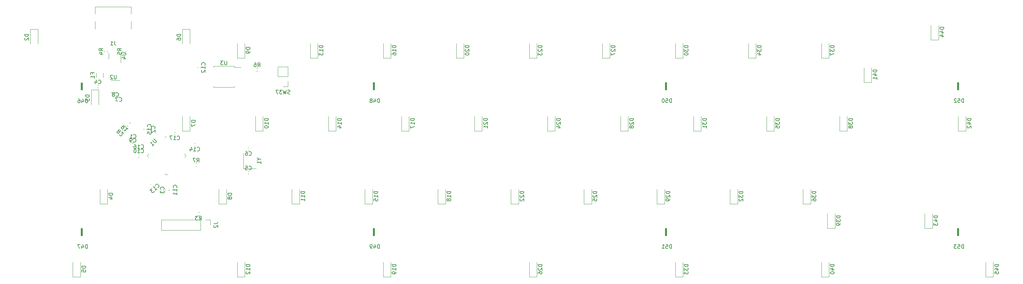
<source format=gbr>
%TF.GenerationSoftware,KiCad,Pcbnew,(6.0.7)*%
%TF.CreationDate,2023-01-25T01:57:20+01:00*%
%TF.ProjectId,william,77696c6c-6961-46d2-9e6b-696361645f70,rev?*%
%TF.SameCoordinates,Original*%
%TF.FileFunction,Legend,Bot*%
%TF.FilePolarity,Positive*%
%FSLAX46Y46*%
G04 Gerber Fmt 4.6, Leading zero omitted, Abs format (unit mm)*
G04 Created by KiCad (PCBNEW (6.0.7)) date 2023-01-25 01:57:20*
%MOMM*%
%LPD*%
G01*
G04 APERTURE LIST*
%ADD10C,0.150000*%
%ADD11C,0.120000*%
G04 APERTURE END LIST*
D10*
%TO.C,D53*%
X264739285Y-97914880D02*
X264739285Y-96914880D01*
X264501190Y-96914880D01*
X264358333Y-96962500D01*
X264263095Y-97057738D01*
X264215476Y-97152976D01*
X264167857Y-97343452D01*
X264167857Y-97486309D01*
X264215476Y-97676785D01*
X264263095Y-97772023D01*
X264358333Y-97867261D01*
X264501190Y-97914880D01*
X264739285Y-97914880D01*
X263263095Y-96914880D02*
X263739285Y-96914880D01*
X263786904Y-97391071D01*
X263739285Y-97343452D01*
X263644047Y-97295833D01*
X263405952Y-97295833D01*
X263310714Y-97343452D01*
X263263095Y-97391071D01*
X263215476Y-97486309D01*
X263215476Y-97724404D01*
X263263095Y-97819642D01*
X263310714Y-97867261D01*
X263405952Y-97914880D01*
X263644047Y-97914880D01*
X263739285Y-97867261D01*
X263786904Y-97819642D01*
X262882142Y-96914880D02*
X262263095Y-96914880D01*
X262596428Y-97295833D01*
X262453571Y-97295833D01*
X262358333Y-97343452D01*
X262310714Y-97391071D01*
X262263095Y-97486309D01*
X262263095Y-97724404D01*
X262310714Y-97819642D01*
X262358333Y-97867261D01*
X262453571Y-97914880D01*
X262739285Y-97914880D01*
X262834523Y-97867261D01*
X262882142Y-97819642D01*
%TO.C,D52*%
X264739285Y-59814880D02*
X264739285Y-58814880D01*
X264501190Y-58814880D01*
X264358333Y-58862500D01*
X264263095Y-58957738D01*
X264215476Y-59052976D01*
X264167857Y-59243452D01*
X264167857Y-59386309D01*
X264215476Y-59576785D01*
X264263095Y-59672023D01*
X264358333Y-59767261D01*
X264501190Y-59814880D01*
X264739285Y-59814880D01*
X263263095Y-58814880D02*
X263739285Y-58814880D01*
X263786904Y-59291071D01*
X263739285Y-59243452D01*
X263644047Y-59195833D01*
X263405952Y-59195833D01*
X263310714Y-59243452D01*
X263263095Y-59291071D01*
X263215476Y-59386309D01*
X263215476Y-59624404D01*
X263263095Y-59719642D01*
X263310714Y-59767261D01*
X263405952Y-59814880D01*
X263644047Y-59814880D01*
X263739285Y-59767261D01*
X263786904Y-59719642D01*
X262834523Y-58910119D02*
X262786904Y-58862500D01*
X262691666Y-58814880D01*
X262453571Y-58814880D01*
X262358333Y-58862500D01*
X262310714Y-58910119D01*
X262263095Y-59005357D01*
X262263095Y-59100595D01*
X262310714Y-59243452D01*
X262882142Y-59814880D01*
X262263095Y-59814880D01*
%TO.C,D51*%
X188539285Y-97914880D02*
X188539285Y-96914880D01*
X188301190Y-96914880D01*
X188158333Y-96962500D01*
X188063095Y-97057738D01*
X188015476Y-97152976D01*
X187967857Y-97343452D01*
X187967857Y-97486309D01*
X188015476Y-97676785D01*
X188063095Y-97772023D01*
X188158333Y-97867261D01*
X188301190Y-97914880D01*
X188539285Y-97914880D01*
X187063095Y-96914880D02*
X187539285Y-96914880D01*
X187586904Y-97391071D01*
X187539285Y-97343452D01*
X187444047Y-97295833D01*
X187205952Y-97295833D01*
X187110714Y-97343452D01*
X187063095Y-97391071D01*
X187015476Y-97486309D01*
X187015476Y-97724404D01*
X187063095Y-97819642D01*
X187110714Y-97867261D01*
X187205952Y-97914880D01*
X187444047Y-97914880D01*
X187539285Y-97867261D01*
X187586904Y-97819642D01*
X186063095Y-97914880D02*
X186634523Y-97914880D01*
X186348809Y-97914880D02*
X186348809Y-96914880D01*
X186444047Y-97057738D01*
X186539285Y-97152976D01*
X186634523Y-97200595D01*
%TO.C,D50*%
X188539285Y-59814880D02*
X188539285Y-58814880D01*
X188301190Y-58814880D01*
X188158333Y-58862500D01*
X188063095Y-58957738D01*
X188015476Y-59052976D01*
X187967857Y-59243452D01*
X187967857Y-59386309D01*
X188015476Y-59576785D01*
X188063095Y-59672023D01*
X188158333Y-59767261D01*
X188301190Y-59814880D01*
X188539285Y-59814880D01*
X187063095Y-58814880D02*
X187539285Y-58814880D01*
X187586904Y-59291071D01*
X187539285Y-59243452D01*
X187444047Y-59195833D01*
X187205952Y-59195833D01*
X187110714Y-59243452D01*
X187063095Y-59291071D01*
X187015476Y-59386309D01*
X187015476Y-59624404D01*
X187063095Y-59719642D01*
X187110714Y-59767261D01*
X187205952Y-59814880D01*
X187444047Y-59814880D01*
X187539285Y-59767261D01*
X187586904Y-59719642D01*
X186396428Y-58814880D02*
X186301190Y-58814880D01*
X186205952Y-58862500D01*
X186158333Y-58910119D01*
X186110714Y-59005357D01*
X186063095Y-59195833D01*
X186063095Y-59433928D01*
X186110714Y-59624404D01*
X186158333Y-59719642D01*
X186205952Y-59767261D01*
X186301190Y-59814880D01*
X186396428Y-59814880D01*
X186491666Y-59767261D01*
X186539285Y-59719642D01*
X186586904Y-59624404D01*
X186634523Y-59433928D01*
X186634523Y-59195833D01*
X186586904Y-59005357D01*
X186539285Y-58910119D01*
X186491666Y-58862500D01*
X186396428Y-58814880D01*
%TO.C,D49*%
X112339285Y-97914880D02*
X112339285Y-96914880D01*
X112101190Y-96914880D01*
X111958333Y-96962500D01*
X111863095Y-97057738D01*
X111815476Y-97152976D01*
X111767857Y-97343452D01*
X111767857Y-97486309D01*
X111815476Y-97676785D01*
X111863095Y-97772023D01*
X111958333Y-97867261D01*
X112101190Y-97914880D01*
X112339285Y-97914880D01*
X110910714Y-97248214D02*
X110910714Y-97914880D01*
X111148809Y-96867261D02*
X111386904Y-97581547D01*
X110767857Y-97581547D01*
X110339285Y-97914880D02*
X110148809Y-97914880D01*
X110053571Y-97867261D01*
X110005952Y-97819642D01*
X109910714Y-97676785D01*
X109863095Y-97486309D01*
X109863095Y-97105357D01*
X109910714Y-97010119D01*
X109958333Y-96962500D01*
X110053571Y-96914880D01*
X110244047Y-96914880D01*
X110339285Y-96962500D01*
X110386904Y-97010119D01*
X110434523Y-97105357D01*
X110434523Y-97343452D01*
X110386904Y-97438690D01*
X110339285Y-97486309D01*
X110244047Y-97533928D01*
X110053571Y-97533928D01*
X109958333Y-97486309D01*
X109910714Y-97438690D01*
X109863095Y-97343452D01*
%TO.C,D48*%
X112339285Y-59814880D02*
X112339285Y-58814880D01*
X112101190Y-58814880D01*
X111958333Y-58862500D01*
X111863095Y-58957738D01*
X111815476Y-59052976D01*
X111767857Y-59243452D01*
X111767857Y-59386309D01*
X111815476Y-59576785D01*
X111863095Y-59672023D01*
X111958333Y-59767261D01*
X112101190Y-59814880D01*
X112339285Y-59814880D01*
X110910714Y-59148214D02*
X110910714Y-59814880D01*
X111148809Y-58767261D02*
X111386904Y-59481547D01*
X110767857Y-59481547D01*
X110244047Y-59243452D02*
X110339285Y-59195833D01*
X110386904Y-59148214D01*
X110434523Y-59052976D01*
X110434523Y-59005357D01*
X110386904Y-58910119D01*
X110339285Y-58862500D01*
X110244047Y-58814880D01*
X110053571Y-58814880D01*
X109958333Y-58862500D01*
X109910714Y-58910119D01*
X109863095Y-59005357D01*
X109863095Y-59052976D01*
X109910714Y-59148214D01*
X109958333Y-59195833D01*
X110053571Y-59243452D01*
X110244047Y-59243452D01*
X110339285Y-59291071D01*
X110386904Y-59338690D01*
X110434523Y-59433928D01*
X110434523Y-59624404D01*
X110386904Y-59719642D01*
X110339285Y-59767261D01*
X110244047Y-59814880D01*
X110053571Y-59814880D01*
X109958333Y-59767261D01*
X109910714Y-59719642D01*
X109863095Y-59624404D01*
X109863095Y-59433928D01*
X109910714Y-59338690D01*
X109958333Y-59291071D01*
X110053571Y-59243452D01*
%TO.C,D47*%
X36139285Y-97914880D02*
X36139285Y-96914880D01*
X35901190Y-96914880D01*
X35758333Y-96962500D01*
X35663095Y-97057738D01*
X35615476Y-97152976D01*
X35567857Y-97343452D01*
X35567857Y-97486309D01*
X35615476Y-97676785D01*
X35663095Y-97772023D01*
X35758333Y-97867261D01*
X35901190Y-97914880D01*
X36139285Y-97914880D01*
X34710714Y-97248214D02*
X34710714Y-97914880D01*
X34948809Y-96867261D02*
X35186904Y-97581547D01*
X34567857Y-97581547D01*
X34282142Y-96914880D02*
X33615476Y-96914880D01*
X34044047Y-97914880D01*
%TO.C,D46*%
X36139285Y-59878380D02*
X36139285Y-58878380D01*
X35901190Y-58878380D01*
X35758333Y-58926000D01*
X35663095Y-59021238D01*
X35615476Y-59116476D01*
X35567857Y-59306952D01*
X35567857Y-59449809D01*
X35615476Y-59640285D01*
X35663095Y-59735523D01*
X35758333Y-59830761D01*
X35901190Y-59878380D01*
X36139285Y-59878380D01*
X34710714Y-59211714D02*
X34710714Y-59878380D01*
X34948809Y-58830761D02*
X35186904Y-59545047D01*
X34567857Y-59545047D01*
X33758333Y-58878380D02*
X33948809Y-58878380D01*
X34044047Y-58926000D01*
X34091666Y-58973619D01*
X34186904Y-59116476D01*
X34234523Y-59306952D01*
X34234523Y-59687904D01*
X34186904Y-59783142D01*
X34139285Y-59830761D01*
X34044047Y-59878380D01*
X33853571Y-59878380D01*
X33758333Y-59830761D01*
X33710714Y-59783142D01*
X33663095Y-59687904D01*
X33663095Y-59449809D01*
X33710714Y-59354571D01*
X33758333Y-59306952D01*
X33853571Y-59259333D01*
X34044047Y-59259333D01*
X34139285Y-59306952D01*
X34186904Y-59354571D01*
X34234523Y-59449809D01*
%TO.C,D12*%
X78557380Y-102100214D02*
X77557380Y-102100214D01*
X77557380Y-102338309D01*
X77605000Y-102481166D01*
X77700238Y-102576404D01*
X77795476Y-102624023D01*
X77985952Y-102671642D01*
X78128809Y-102671642D01*
X78319285Y-102624023D01*
X78414523Y-102576404D01*
X78509761Y-102481166D01*
X78557380Y-102338309D01*
X78557380Y-102100214D01*
X78557380Y-103624023D02*
X78557380Y-103052595D01*
X78557380Y-103338309D02*
X77557380Y-103338309D01*
X77700238Y-103243071D01*
X77795476Y-103147833D01*
X77843095Y-103052595D01*
X77652619Y-104004976D02*
X77605000Y-104052595D01*
X77557380Y-104147833D01*
X77557380Y-104385928D01*
X77605000Y-104481166D01*
X77652619Y-104528785D01*
X77747857Y-104576404D01*
X77843095Y-104576404D01*
X77985952Y-104528785D01*
X78557380Y-103957357D01*
X78557380Y-104576404D01*
%TO.C,D43*%
X257944880Y-89400214D02*
X256944880Y-89400214D01*
X256944880Y-89638309D01*
X256992500Y-89781166D01*
X257087738Y-89876404D01*
X257182976Y-89924023D01*
X257373452Y-89971642D01*
X257516309Y-89971642D01*
X257706785Y-89924023D01*
X257802023Y-89876404D01*
X257897261Y-89781166D01*
X257944880Y-89638309D01*
X257944880Y-89400214D01*
X257278214Y-90828785D02*
X257944880Y-90828785D01*
X256897261Y-90590690D02*
X257611547Y-90352595D01*
X257611547Y-90971642D01*
X256944880Y-91257357D02*
X256944880Y-91876404D01*
X257325833Y-91543071D01*
X257325833Y-91685928D01*
X257373452Y-91781166D01*
X257421071Y-91828785D01*
X257516309Y-91876404D01*
X257754404Y-91876404D01*
X257849642Y-91828785D01*
X257897261Y-91781166D01*
X257944880Y-91685928D01*
X257944880Y-91400214D01*
X257897261Y-91304976D01*
X257849642Y-91257357D01*
%TO.C,D29*%
X188094880Y-83050214D02*
X187094880Y-83050214D01*
X187094880Y-83288309D01*
X187142500Y-83431166D01*
X187237738Y-83526404D01*
X187332976Y-83574023D01*
X187523452Y-83621642D01*
X187666309Y-83621642D01*
X187856785Y-83574023D01*
X187952023Y-83526404D01*
X188047261Y-83431166D01*
X188094880Y-83288309D01*
X188094880Y-83050214D01*
X187190119Y-84002595D02*
X187142500Y-84050214D01*
X187094880Y-84145452D01*
X187094880Y-84383547D01*
X187142500Y-84478785D01*
X187190119Y-84526404D01*
X187285357Y-84574023D01*
X187380595Y-84574023D01*
X187523452Y-84526404D01*
X188094880Y-83954976D01*
X188094880Y-84574023D01*
X188094880Y-85050214D02*
X188094880Y-85240690D01*
X188047261Y-85335928D01*
X187999642Y-85383547D01*
X187856785Y-85478785D01*
X187666309Y-85526404D01*
X187285357Y-85526404D01*
X187190119Y-85478785D01*
X187142500Y-85431166D01*
X187094880Y-85335928D01*
X187094880Y-85145452D01*
X187142500Y-85050214D01*
X187190119Y-85002595D01*
X187285357Y-84954976D01*
X187523452Y-84954976D01*
X187618690Y-85002595D01*
X187666309Y-85050214D01*
X187713928Y-85145452D01*
X187713928Y-85335928D01*
X187666309Y-85431166D01*
X187618690Y-85478785D01*
X187523452Y-85526404D01*
%TO.C,D34*%
X211907380Y-44950214D02*
X210907380Y-44950214D01*
X210907380Y-45188309D01*
X210955000Y-45331166D01*
X211050238Y-45426404D01*
X211145476Y-45474023D01*
X211335952Y-45521642D01*
X211478809Y-45521642D01*
X211669285Y-45474023D01*
X211764523Y-45426404D01*
X211859761Y-45331166D01*
X211907380Y-45188309D01*
X211907380Y-44950214D01*
X210907380Y-45854976D02*
X210907380Y-46474023D01*
X211288333Y-46140690D01*
X211288333Y-46283547D01*
X211335952Y-46378785D01*
X211383571Y-46426404D01*
X211478809Y-46474023D01*
X211716904Y-46474023D01*
X211812142Y-46426404D01*
X211859761Y-46378785D01*
X211907380Y-46283547D01*
X211907380Y-45997833D01*
X211859761Y-45902595D01*
X211812142Y-45854976D01*
X211240714Y-47331166D02*
X211907380Y-47331166D01*
X210859761Y-47093071D02*
X211574047Y-46854976D01*
X211574047Y-47474023D01*
%TO.C,D28*%
X178569880Y-64000214D02*
X177569880Y-64000214D01*
X177569880Y-64238309D01*
X177617500Y-64381166D01*
X177712738Y-64476404D01*
X177807976Y-64524023D01*
X177998452Y-64571642D01*
X178141309Y-64571642D01*
X178331785Y-64524023D01*
X178427023Y-64476404D01*
X178522261Y-64381166D01*
X178569880Y-64238309D01*
X178569880Y-64000214D01*
X177665119Y-64952595D02*
X177617500Y-65000214D01*
X177569880Y-65095452D01*
X177569880Y-65333547D01*
X177617500Y-65428785D01*
X177665119Y-65476404D01*
X177760357Y-65524023D01*
X177855595Y-65524023D01*
X177998452Y-65476404D01*
X178569880Y-64904976D01*
X178569880Y-65524023D01*
X177998452Y-66095452D02*
X177950833Y-66000214D01*
X177903214Y-65952595D01*
X177807976Y-65904976D01*
X177760357Y-65904976D01*
X177665119Y-65952595D01*
X177617500Y-66000214D01*
X177569880Y-66095452D01*
X177569880Y-66285928D01*
X177617500Y-66381166D01*
X177665119Y-66428785D01*
X177760357Y-66476404D01*
X177807976Y-66476404D01*
X177903214Y-66428785D01*
X177950833Y-66381166D01*
X177998452Y-66285928D01*
X177998452Y-66095452D01*
X178046071Y-66000214D01*
X178093690Y-65952595D01*
X178188928Y-65904976D01*
X178379404Y-65904976D01*
X178474642Y-65952595D01*
X178522261Y-66000214D01*
X178569880Y-66095452D01*
X178569880Y-66285928D01*
X178522261Y-66381166D01*
X178474642Y-66428785D01*
X178379404Y-66476404D01*
X178188928Y-66476404D01*
X178093690Y-66428785D01*
X178046071Y-66381166D01*
X177998452Y-66285928D01*
%TO.C,D44*%
X259532380Y-40187714D02*
X258532380Y-40187714D01*
X258532380Y-40425809D01*
X258580000Y-40568666D01*
X258675238Y-40663904D01*
X258770476Y-40711523D01*
X258960952Y-40759142D01*
X259103809Y-40759142D01*
X259294285Y-40711523D01*
X259389523Y-40663904D01*
X259484761Y-40568666D01*
X259532380Y-40425809D01*
X259532380Y-40187714D01*
X258865714Y-41616285D02*
X259532380Y-41616285D01*
X258484761Y-41378190D02*
X259199047Y-41140095D01*
X259199047Y-41759142D01*
X258865714Y-42568666D02*
X259532380Y-42568666D01*
X258484761Y-42330571D02*
X259199047Y-42092476D01*
X259199047Y-42711523D01*
%TO.C,D21*%
X140469880Y-64000214D02*
X139469880Y-64000214D01*
X139469880Y-64238309D01*
X139517500Y-64381166D01*
X139612738Y-64476404D01*
X139707976Y-64524023D01*
X139898452Y-64571642D01*
X140041309Y-64571642D01*
X140231785Y-64524023D01*
X140327023Y-64476404D01*
X140422261Y-64381166D01*
X140469880Y-64238309D01*
X140469880Y-64000214D01*
X139565119Y-64952595D02*
X139517500Y-65000214D01*
X139469880Y-65095452D01*
X139469880Y-65333547D01*
X139517500Y-65428785D01*
X139565119Y-65476404D01*
X139660357Y-65524023D01*
X139755595Y-65524023D01*
X139898452Y-65476404D01*
X140469880Y-64904976D01*
X140469880Y-65524023D01*
X140469880Y-66476404D02*
X140469880Y-65904976D01*
X140469880Y-66190690D02*
X139469880Y-66190690D01*
X139612738Y-66095452D01*
X139707976Y-66000214D01*
X139755595Y-65904976D01*
%TO.C,C7*%
X44489666Y-59429142D02*
X44537285Y-59476761D01*
X44680142Y-59524380D01*
X44775380Y-59524380D01*
X44918238Y-59476761D01*
X45013476Y-59381523D01*
X45061095Y-59286285D01*
X45108714Y-59095809D01*
X45108714Y-58952952D01*
X45061095Y-58762476D01*
X45013476Y-58667238D01*
X44918238Y-58572000D01*
X44775380Y-58524380D01*
X44680142Y-58524380D01*
X44537285Y-58572000D01*
X44489666Y-58619619D01*
X44156333Y-58524380D02*
X43489666Y-58524380D01*
X43918238Y-59524380D01*
%TO.C,D5*%
X35694880Y-102576404D02*
X34694880Y-102576404D01*
X34694880Y-102814500D01*
X34742500Y-102957357D01*
X34837738Y-103052595D01*
X34932976Y-103100214D01*
X35123452Y-103147833D01*
X35266309Y-103147833D01*
X35456785Y-103100214D01*
X35552023Y-103052595D01*
X35647261Y-102957357D01*
X35694880Y-102814500D01*
X35694880Y-102576404D01*
X34694880Y-104052595D02*
X34694880Y-103576404D01*
X35171071Y-103528785D01*
X35123452Y-103576404D01*
X35075833Y-103671642D01*
X35075833Y-103909738D01*
X35123452Y-104004976D01*
X35171071Y-104052595D01*
X35266309Y-104100214D01*
X35504404Y-104100214D01*
X35599642Y-104052595D01*
X35647261Y-104004976D01*
X35694880Y-103909738D01*
X35694880Y-103671642D01*
X35647261Y-103576404D01*
X35599642Y-103528785D01*
%TO.C,D30*%
X192857380Y-44950214D02*
X191857380Y-44950214D01*
X191857380Y-45188309D01*
X191905000Y-45331166D01*
X192000238Y-45426404D01*
X192095476Y-45474023D01*
X192285952Y-45521642D01*
X192428809Y-45521642D01*
X192619285Y-45474023D01*
X192714523Y-45426404D01*
X192809761Y-45331166D01*
X192857380Y-45188309D01*
X192857380Y-44950214D01*
X191857380Y-45854976D02*
X191857380Y-46474023D01*
X192238333Y-46140690D01*
X192238333Y-46283547D01*
X192285952Y-46378785D01*
X192333571Y-46426404D01*
X192428809Y-46474023D01*
X192666904Y-46474023D01*
X192762142Y-46426404D01*
X192809761Y-46378785D01*
X192857380Y-46283547D01*
X192857380Y-45997833D01*
X192809761Y-45902595D01*
X192762142Y-45854976D01*
X191857380Y-47093071D02*
X191857380Y-47188309D01*
X191905000Y-47283547D01*
X191952619Y-47331166D01*
X192047857Y-47378785D01*
X192238333Y-47426404D01*
X192476428Y-47426404D01*
X192666904Y-47378785D01*
X192762142Y-47331166D01*
X192809761Y-47283547D01*
X192857380Y-47188309D01*
X192857380Y-47093071D01*
X192809761Y-46997833D01*
X192762142Y-46950214D01*
X192666904Y-46902595D01*
X192476428Y-46854976D01*
X192238333Y-46854976D01*
X192047857Y-46902595D01*
X191952619Y-46950214D01*
X191905000Y-46997833D01*
X191857380Y-47093071D01*
%TO.C,SW37*%
X88956523Y-57510761D02*
X88813666Y-57558380D01*
X88575571Y-57558380D01*
X88480333Y-57510761D01*
X88432714Y-57463142D01*
X88385095Y-57367904D01*
X88385095Y-57272666D01*
X88432714Y-57177428D01*
X88480333Y-57129809D01*
X88575571Y-57082190D01*
X88766047Y-57034571D01*
X88861285Y-56986952D01*
X88908904Y-56939333D01*
X88956523Y-56844095D01*
X88956523Y-56748857D01*
X88908904Y-56653619D01*
X88861285Y-56606000D01*
X88766047Y-56558380D01*
X88527952Y-56558380D01*
X88385095Y-56606000D01*
X88051761Y-56558380D02*
X87813666Y-57558380D01*
X87623190Y-56844095D01*
X87432714Y-57558380D01*
X87194619Y-56558380D01*
X86908904Y-56558380D02*
X86289857Y-56558380D01*
X86623190Y-56939333D01*
X86480333Y-56939333D01*
X86385095Y-56986952D01*
X86337476Y-57034571D01*
X86289857Y-57129809D01*
X86289857Y-57367904D01*
X86337476Y-57463142D01*
X86385095Y-57510761D01*
X86480333Y-57558380D01*
X86766047Y-57558380D01*
X86861285Y-57510761D01*
X86908904Y-57463142D01*
X85956523Y-56558380D02*
X85289857Y-56558380D01*
X85718428Y-57558380D01*
%TO.C,C5*%
X78271666Y-77302142D02*
X78319285Y-77349761D01*
X78462142Y-77397380D01*
X78557380Y-77397380D01*
X78700238Y-77349761D01*
X78795476Y-77254523D01*
X78843095Y-77159285D01*
X78890714Y-76968809D01*
X78890714Y-76825952D01*
X78843095Y-76635476D01*
X78795476Y-76540238D01*
X78700238Y-76445000D01*
X78557380Y-76397380D01*
X78462142Y-76397380D01*
X78319285Y-76445000D01*
X78271666Y-76492619D01*
X77366904Y-76397380D02*
X77843095Y-76397380D01*
X77890714Y-76873571D01*
X77843095Y-76825952D01*
X77747857Y-76778333D01*
X77509761Y-76778333D01*
X77414523Y-76825952D01*
X77366904Y-76873571D01*
X77319285Y-76968809D01*
X77319285Y-77206904D01*
X77366904Y-77302142D01*
X77414523Y-77349761D01*
X77509761Y-77397380D01*
X77747857Y-77397380D01*
X77843095Y-77349761D01*
X77890714Y-77302142D01*
%TO.C,D42*%
X266644380Y-64000214D02*
X265644380Y-64000214D01*
X265644380Y-64238309D01*
X265692000Y-64381166D01*
X265787238Y-64476404D01*
X265882476Y-64524023D01*
X266072952Y-64571642D01*
X266215809Y-64571642D01*
X266406285Y-64524023D01*
X266501523Y-64476404D01*
X266596761Y-64381166D01*
X266644380Y-64238309D01*
X266644380Y-64000214D01*
X265977714Y-65428785D02*
X266644380Y-65428785D01*
X265596761Y-65190690D02*
X266311047Y-64952595D01*
X266311047Y-65571642D01*
X265739619Y-65904976D02*
X265692000Y-65952595D01*
X265644380Y-66047833D01*
X265644380Y-66285928D01*
X265692000Y-66381166D01*
X265739619Y-66428785D01*
X265834857Y-66476404D01*
X265930095Y-66476404D01*
X266072952Y-66428785D01*
X266644380Y-65857357D01*
X266644380Y-66476404D01*
%TO.C,D14*%
X102369880Y-64000214D02*
X101369880Y-64000214D01*
X101369880Y-64238309D01*
X101417500Y-64381166D01*
X101512738Y-64476404D01*
X101607976Y-64524023D01*
X101798452Y-64571642D01*
X101941309Y-64571642D01*
X102131785Y-64524023D01*
X102227023Y-64476404D01*
X102322261Y-64381166D01*
X102369880Y-64238309D01*
X102369880Y-64000214D01*
X102369880Y-65524023D02*
X102369880Y-64952595D01*
X102369880Y-65238309D02*
X101369880Y-65238309D01*
X101512738Y-65143071D01*
X101607976Y-65047833D01*
X101655595Y-64952595D01*
X101703214Y-66381166D02*
X102369880Y-66381166D01*
X101322261Y-66143071D02*
X102036547Y-65904976D01*
X102036547Y-66524023D01*
%TO.C,R2*%
X44910867Y-67248430D02*
X44338447Y-67349445D01*
X44506806Y-66844369D02*
X43799699Y-67551475D01*
X44069073Y-67820850D01*
X44170088Y-67854521D01*
X44237432Y-67854521D01*
X44338447Y-67820850D01*
X44439462Y-67719834D01*
X44473134Y-67618819D01*
X44473134Y-67551475D01*
X44439462Y-67450460D01*
X44170088Y-67181086D01*
X44540478Y-68157567D02*
X44540478Y-68224911D01*
X44574149Y-68325926D01*
X44742508Y-68494285D01*
X44843524Y-68527956D01*
X44910867Y-68527956D01*
X45011882Y-68494285D01*
X45079226Y-68426941D01*
X45146569Y-68292254D01*
X45146569Y-67484132D01*
X45584302Y-67921865D01*
%TO.C,D11*%
X92844880Y-83050214D02*
X91844880Y-83050214D01*
X91844880Y-83288309D01*
X91892500Y-83431166D01*
X91987738Y-83526404D01*
X92082976Y-83574023D01*
X92273452Y-83621642D01*
X92416309Y-83621642D01*
X92606785Y-83574023D01*
X92702023Y-83526404D01*
X92797261Y-83431166D01*
X92844880Y-83288309D01*
X92844880Y-83050214D01*
X92844880Y-84574023D02*
X92844880Y-84002595D01*
X92844880Y-84288309D02*
X91844880Y-84288309D01*
X91987738Y-84193071D01*
X92082976Y-84097833D01*
X92130595Y-84002595D01*
X92844880Y-85526404D02*
X92844880Y-84954976D01*
X92844880Y-85240690D02*
X91844880Y-85240690D01*
X91987738Y-85145452D01*
X92082976Y-85050214D01*
X92130595Y-84954976D01*
%TO.C,R3*%
X65298254Y-90497380D02*
X65631588Y-90021190D01*
X65869683Y-90497380D02*
X65869683Y-89497380D01*
X65488730Y-89497380D01*
X65393492Y-89545000D01*
X65345873Y-89592619D01*
X65298254Y-89687857D01*
X65298254Y-89830714D01*
X65345873Y-89925952D01*
X65393492Y-89973571D01*
X65488730Y-90021190D01*
X65869683Y-90021190D01*
X64964921Y-89497380D02*
X64345873Y-89497380D01*
X64679207Y-89878333D01*
X64536349Y-89878333D01*
X64441111Y-89925952D01*
X64393492Y-89973571D01*
X64345873Y-90068809D01*
X64345873Y-90306904D01*
X64393492Y-90402142D01*
X64441111Y-90449761D01*
X64536349Y-90497380D01*
X64822064Y-90497380D01*
X64917302Y-90449761D01*
X64964921Y-90402142D01*
%TO.C,D39*%
X232544880Y-89400214D02*
X231544880Y-89400214D01*
X231544880Y-89638309D01*
X231592500Y-89781166D01*
X231687738Y-89876404D01*
X231782976Y-89924023D01*
X231973452Y-89971642D01*
X232116309Y-89971642D01*
X232306785Y-89924023D01*
X232402023Y-89876404D01*
X232497261Y-89781166D01*
X232544880Y-89638309D01*
X232544880Y-89400214D01*
X231544880Y-90304976D02*
X231544880Y-90924023D01*
X231925833Y-90590690D01*
X231925833Y-90733547D01*
X231973452Y-90828785D01*
X232021071Y-90876404D01*
X232116309Y-90924023D01*
X232354404Y-90924023D01*
X232449642Y-90876404D01*
X232497261Y-90828785D01*
X232544880Y-90733547D01*
X232544880Y-90447833D01*
X232497261Y-90352595D01*
X232449642Y-90304976D01*
X232544880Y-91400214D02*
X232544880Y-91590690D01*
X232497261Y-91685928D01*
X232449642Y-91733547D01*
X232306785Y-91828785D01*
X232116309Y-91876404D01*
X231735357Y-91876404D01*
X231640119Y-91828785D01*
X231592500Y-91781166D01*
X231544880Y-91685928D01*
X231544880Y-91495452D01*
X231592500Y-91400214D01*
X231640119Y-91352595D01*
X231735357Y-91304976D01*
X231973452Y-91304976D01*
X232068690Y-91352595D01*
X232116309Y-91400214D01*
X232163928Y-91495452D01*
X232163928Y-91685928D01*
X232116309Y-91781166D01*
X232068690Y-91828785D01*
X231973452Y-91876404D01*
%TO.C,D31*%
X197619880Y-64000214D02*
X196619880Y-64000214D01*
X196619880Y-64238309D01*
X196667500Y-64381166D01*
X196762738Y-64476404D01*
X196857976Y-64524023D01*
X197048452Y-64571642D01*
X197191309Y-64571642D01*
X197381785Y-64524023D01*
X197477023Y-64476404D01*
X197572261Y-64381166D01*
X197619880Y-64238309D01*
X197619880Y-64000214D01*
X196619880Y-64904976D02*
X196619880Y-65524023D01*
X197000833Y-65190690D01*
X197000833Y-65333547D01*
X197048452Y-65428785D01*
X197096071Y-65476404D01*
X197191309Y-65524023D01*
X197429404Y-65524023D01*
X197524642Y-65476404D01*
X197572261Y-65428785D01*
X197619880Y-65333547D01*
X197619880Y-65047833D01*
X197572261Y-64952595D01*
X197524642Y-64904976D01*
X197619880Y-66476404D02*
X197619880Y-65904976D01*
X197619880Y-66190690D02*
X196619880Y-66190690D01*
X196762738Y-66095452D01*
X196857976Y-66000214D01*
X196905595Y-65904976D01*
%TO.C,U2*%
X43687904Y-52678380D02*
X43687904Y-53487904D01*
X43640285Y-53583142D01*
X43592666Y-53630761D01*
X43497428Y-53678380D01*
X43306952Y-53678380D01*
X43211714Y-53630761D01*
X43164095Y-53583142D01*
X43116476Y-53487904D01*
X43116476Y-52678380D01*
X42687904Y-52773619D02*
X42640285Y-52726000D01*
X42545047Y-52678380D01*
X42306952Y-52678380D01*
X42211714Y-52726000D01*
X42164095Y-52773619D01*
X42116476Y-52868857D01*
X42116476Y-52964095D01*
X42164095Y-53106952D01*
X42735523Y-53678380D01*
X42116476Y-53678380D01*
%TO.C,U3*%
X72516904Y-48978380D02*
X72516904Y-49787904D01*
X72469285Y-49883142D01*
X72421666Y-49930761D01*
X72326428Y-49978380D01*
X72135952Y-49978380D01*
X72040714Y-49930761D01*
X71993095Y-49883142D01*
X71945476Y-49787904D01*
X71945476Y-48978380D01*
X71564523Y-48978380D02*
X70945476Y-48978380D01*
X71278809Y-49359333D01*
X71135952Y-49359333D01*
X71040714Y-49406952D01*
X70993095Y-49454571D01*
X70945476Y-49549809D01*
X70945476Y-49787904D01*
X70993095Y-49883142D01*
X71040714Y-49930761D01*
X71135952Y-49978380D01*
X71421666Y-49978380D01*
X71516904Y-49930761D01*
X71564523Y-49883142D01*
%TO.C,C16*%
X50172857Y-71714142D02*
X50220476Y-71761761D01*
X50363333Y-71809380D01*
X50458571Y-71809380D01*
X50601428Y-71761761D01*
X50696666Y-71666523D01*
X50744285Y-71571285D01*
X50791904Y-71380809D01*
X50791904Y-71237952D01*
X50744285Y-71047476D01*
X50696666Y-70952238D01*
X50601428Y-70857000D01*
X50458571Y-70809380D01*
X50363333Y-70809380D01*
X50220476Y-70857000D01*
X50172857Y-70904619D01*
X49220476Y-71809380D02*
X49791904Y-71809380D01*
X49506190Y-71809380D02*
X49506190Y-70809380D01*
X49601428Y-70952238D01*
X49696666Y-71047476D01*
X49791904Y-71095095D01*
X48363333Y-70809380D02*
X48553809Y-70809380D01*
X48649047Y-70857000D01*
X48696666Y-70904619D01*
X48791904Y-71047476D01*
X48839523Y-71237952D01*
X48839523Y-71618904D01*
X48791904Y-71714142D01*
X48744285Y-71761761D01*
X48649047Y-71809380D01*
X48458571Y-71809380D01*
X48363333Y-71761761D01*
X48315714Y-71714142D01*
X48268095Y-71618904D01*
X48268095Y-71380809D01*
X48315714Y-71285571D01*
X48363333Y-71237952D01*
X48458571Y-71190333D01*
X48649047Y-71190333D01*
X48744285Y-71237952D01*
X48791904Y-71285571D01*
X48839523Y-71380809D01*
%TO.C,C15*%
X52698142Y-66159142D02*
X52745761Y-66111523D01*
X52793380Y-65968666D01*
X52793380Y-65873428D01*
X52745761Y-65730571D01*
X52650523Y-65635333D01*
X52555285Y-65587714D01*
X52364809Y-65540095D01*
X52221952Y-65540095D01*
X52031476Y-65587714D01*
X51936238Y-65635333D01*
X51841000Y-65730571D01*
X51793380Y-65873428D01*
X51793380Y-65968666D01*
X51841000Y-66111523D01*
X51888619Y-66159142D01*
X52793380Y-67111523D02*
X52793380Y-66540095D01*
X52793380Y-66825809D02*
X51793380Y-66825809D01*
X51936238Y-66730571D01*
X52031476Y-66635333D01*
X52079095Y-66540095D01*
X51793380Y-68016285D02*
X51793380Y-67540095D01*
X52269571Y-67492476D01*
X52221952Y-67540095D01*
X52174333Y-67635333D01*
X52174333Y-67873428D01*
X52221952Y-67968666D01*
X52269571Y-68016285D01*
X52364809Y-68063904D01*
X52602904Y-68063904D01*
X52698142Y-68016285D01*
X52745761Y-67968666D01*
X52793380Y-67873428D01*
X52793380Y-67635333D01*
X52745761Y-67540095D01*
X52698142Y-67492476D01*
%TO.C,C11*%
X59429142Y-82034142D02*
X59476761Y-81986523D01*
X59524380Y-81843666D01*
X59524380Y-81748428D01*
X59476761Y-81605571D01*
X59381523Y-81510333D01*
X59286285Y-81462714D01*
X59095809Y-81415095D01*
X58952952Y-81415095D01*
X58762476Y-81462714D01*
X58667238Y-81510333D01*
X58572000Y-81605571D01*
X58524380Y-81748428D01*
X58524380Y-81843666D01*
X58572000Y-81986523D01*
X58619619Y-82034142D01*
X59524380Y-82986523D02*
X59524380Y-82415095D01*
X59524380Y-82700809D02*
X58524380Y-82700809D01*
X58667238Y-82605571D01*
X58762476Y-82510333D01*
X58810095Y-82415095D01*
X59524380Y-83938904D02*
X59524380Y-83367476D01*
X59524380Y-83653190D02*
X58524380Y-83653190D01*
X58667238Y-83557952D01*
X58762476Y-83462714D01*
X58810095Y-83367476D01*
%TO.C,D23*%
X154757380Y-44950214D02*
X153757380Y-44950214D01*
X153757380Y-45188309D01*
X153805000Y-45331166D01*
X153900238Y-45426404D01*
X153995476Y-45474023D01*
X154185952Y-45521642D01*
X154328809Y-45521642D01*
X154519285Y-45474023D01*
X154614523Y-45426404D01*
X154709761Y-45331166D01*
X154757380Y-45188309D01*
X154757380Y-44950214D01*
X153852619Y-45902595D02*
X153805000Y-45950214D01*
X153757380Y-46045452D01*
X153757380Y-46283547D01*
X153805000Y-46378785D01*
X153852619Y-46426404D01*
X153947857Y-46474023D01*
X154043095Y-46474023D01*
X154185952Y-46426404D01*
X154757380Y-45854976D01*
X154757380Y-46474023D01*
X153757380Y-46807357D02*
X153757380Y-47426404D01*
X154138333Y-47093071D01*
X154138333Y-47235928D01*
X154185952Y-47331166D01*
X154233571Y-47378785D01*
X154328809Y-47426404D01*
X154566904Y-47426404D01*
X154662142Y-47378785D01*
X154709761Y-47331166D01*
X154757380Y-47235928D01*
X154757380Y-46950214D01*
X154709761Y-46854976D01*
X154662142Y-46807357D01*
%TO.C,J1*%
X43195832Y-43816919D02*
X43195832Y-44531205D01*
X43243451Y-44674062D01*
X43338689Y-44769300D01*
X43481546Y-44816919D01*
X43576784Y-44816919D01*
X42195832Y-44816919D02*
X42767260Y-44816919D01*
X42481546Y-44816919D02*
X42481546Y-43816919D01*
X42576784Y-43959777D01*
X42672022Y-44055015D01*
X42767260Y-44102634D01*
%TO.C,C8*%
X43600666Y-58125142D02*
X43648285Y-58172761D01*
X43791142Y-58220380D01*
X43886380Y-58220380D01*
X44029238Y-58172761D01*
X44124476Y-58077523D01*
X44172095Y-57982285D01*
X44219714Y-57791809D01*
X44219714Y-57648952D01*
X44172095Y-57458476D01*
X44124476Y-57363238D01*
X44029238Y-57268000D01*
X43886380Y-57220380D01*
X43791142Y-57220380D01*
X43648285Y-57268000D01*
X43600666Y-57315619D01*
X43029238Y-57648952D02*
X43124476Y-57601333D01*
X43172095Y-57553714D01*
X43219714Y-57458476D01*
X43219714Y-57410857D01*
X43172095Y-57315619D01*
X43124476Y-57268000D01*
X43029238Y-57220380D01*
X42838761Y-57220380D01*
X42743523Y-57268000D01*
X42695904Y-57315619D01*
X42648285Y-57410857D01*
X42648285Y-57458476D01*
X42695904Y-57553714D01*
X42743523Y-57601333D01*
X42838761Y-57648952D01*
X43029238Y-57648952D01*
X43124476Y-57696571D01*
X43172095Y-57744190D01*
X43219714Y-57839428D01*
X43219714Y-58029904D01*
X43172095Y-58125142D01*
X43124476Y-58172761D01*
X43029238Y-58220380D01*
X42838761Y-58220380D01*
X42743523Y-58172761D01*
X42695904Y-58125142D01*
X42648285Y-58029904D01*
X42648285Y-57839428D01*
X42695904Y-57744190D01*
X42743523Y-57696571D01*
X42838761Y-57648952D01*
%TO.C,C14*%
X64777857Y-72383142D02*
X64825476Y-72430761D01*
X64968333Y-72478380D01*
X65063571Y-72478380D01*
X65206428Y-72430761D01*
X65301666Y-72335523D01*
X65349285Y-72240285D01*
X65396904Y-72049809D01*
X65396904Y-71906952D01*
X65349285Y-71716476D01*
X65301666Y-71621238D01*
X65206428Y-71526000D01*
X65063571Y-71478380D01*
X64968333Y-71478380D01*
X64825476Y-71526000D01*
X64777857Y-71573619D01*
X63825476Y-72478380D02*
X64396904Y-72478380D01*
X64111190Y-72478380D02*
X64111190Y-71478380D01*
X64206428Y-71621238D01*
X64301666Y-71716476D01*
X64396904Y-71764095D01*
X62968333Y-71811714D02*
X62968333Y-72478380D01*
X63206428Y-71430761D02*
X63444523Y-72145047D01*
X62825476Y-72145047D01*
%TO.C,R5*%
X45002380Y-46315333D02*
X44526190Y-45982000D01*
X45002380Y-45743904D02*
X44002380Y-45743904D01*
X44002380Y-46124857D01*
X44050000Y-46220095D01*
X44097619Y-46267714D01*
X44192857Y-46315333D01*
X44335714Y-46315333D01*
X44430952Y-46267714D01*
X44478571Y-46220095D01*
X44526190Y-46124857D01*
X44526190Y-45743904D01*
X44002380Y-47220095D02*
X44002380Y-46743904D01*
X44478571Y-46696285D01*
X44430952Y-46743904D01*
X44383333Y-46839142D01*
X44383333Y-47077238D01*
X44430952Y-47172476D01*
X44478571Y-47220095D01*
X44573809Y-47267714D01*
X44811904Y-47267714D01*
X44907142Y-47220095D01*
X44954761Y-47172476D01*
X45002380Y-47077238D01*
X45002380Y-46839142D01*
X44954761Y-46743904D01*
X44907142Y-46696285D01*
%TO.C,C17*%
X59570857Y-69462142D02*
X59618476Y-69509761D01*
X59761333Y-69557380D01*
X59856571Y-69557380D01*
X59999428Y-69509761D01*
X60094666Y-69414523D01*
X60142285Y-69319285D01*
X60189904Y-69128809D01*
X60189904Y-68985952D01*
X60142285Y-68795476D01*
X60094666Y-68700238D01*
X59999428Y-68605000D01*
X59856571Y-68557380D01*
X59761333Y-68557380D01*
X59618476Y-68605000D01*
X59570857Y-68652619D01*
X58618476Y-69557380D02*
X59189904Y-69557380D01*
X58904190Y-69557380D02*
X58904190Y-68557380D01*
X58999428Y-68700238D01*
X59094666Y-68795476D01*
X59189904Y-68843095D01*
X58285142Y-68557380D02*
X57618476Y-68557380D01*
X58047047Y-69557380D01*
%TO.C,D24*%
X159519880Y-64000214D02*
X158519880Y-64000214D01*
X158519880Y-64238309D01*
X158567500Y-64381166D01*
X158662738Y-64476404D01*
X158757976Y-64524023D01*
X158948452Y-64571642D01*
X159091309Y-64571642D01*
X159281785Y-64524023D01*
X159377023Y-64476404D01*
X159472261Y-64381166D01*
X159519880Y-64238309D01*
X159519880Y-64000214D01*
X158615119Y-64952595D02*
X158567500Y-65000214D01*
X158519880Y-65095452D01*
X158519880Y-65333547D01*
X158567500Y-65428785D01*
X158615119Y-65476404D01*
X158710357Y-65524023D01*
X158805595Y-65524023D01*
X158948452Y-65476404D01*
X159519880Y-64904976D01*
X159519880Y-65524023D01*
X158853214Y-66381166D02*
X159519880Y-66381166D01*
X158472261Y-66143071D02*
X159186547Y-65904976D01*
X159186547Y-66524023D01*
%TO.C,C1*%
X48172666Y-69047142D02*
X48220285Y-69094761D01*
X48363142Y-69142380D01*
X48458380Y-69142380D01*
X48601238Y-69094761D01*
X48696476Y-68999523D01*
X48744095Y-68904285D01*
X48791714Y-68713809D01*
X48791714Y-68570952D01*
X48744095Y-68380476D01*
X48696476Y-68285238D01*
X48601238Y-68190000D01*
X48458380Y-68142380D01*
X48363142Y-68142380D01*
X48220285Y-68190000D01*
X48172666Y-68237619D01*
X47220285Y-69142380D02*
X47791714Y-69142380D01*
X47506000Y-69142380D02*
X47506000Y-68142380D01*
X47601238Y-68285238D01*
X47696476Y-68380476D01*
X47791714Y-68428095D01*
%TO.C,C2*%
X53714142Y-66635333D02*
X53761761Y-66587714D01*
X53809380Y-66444857D01*
X53809380Y-66349619D01*
X53761761Y-66206761D01*
X53666523Y-66111523D01*
X53571285Y-66063904D01*
X53380809Y-66016285D01*
X53237952Y-66016285D01*
X53047476Y-66063904D01*
X52952238Y-66111523D01*
X52857000Y-66206761D01*
X52809380Y-66349619D01*
X52809380Y-66444857D01*
X52857000Y-66587714D01*
X52904619Y-66635333D01*
X52904619Y-67016285D02*
X52857000Y-67063904D01*
X52809380Y-67159142D01*
X52809380Y-67397238D01*
X52857000Y-67492476D01*
X52904619Y-67540095D01*
X52999857Y-67587714D01*
X53095095Y-67587714D01*
X53237952Y-67540095D01*
X53809380Y-66968666D01*
X53809380Y-67587714D01*
%TO.C,D20*%
X135707380Y-44950214D02*
X134707380Y-44950214D01*
X134707380Y-45188309D01*
X134755000Y-45331166D01*
X134850238Y-45426404D01*
X134945476Y-45474023D01*
X135135952Y-45521642D01*
X135278809Y-45521642D01*
X135469285Y-45474023D01*
X135564523Y-45426404D01*
X135659761Y-45331166D01*
X135707380Y-45188309D01*
X135707380Y-44950214D01*
X134802619Y-45902595D02*
X134755000Y-45950214D01*
X134707380Y-46045452D01*
X134707380Y-46283547D01*
X134755000Y-46378785D01*
X134802619Y-46426404D01*
X134897857Y-46474023D01*
X134993095Y-46474023D01*
X135135952Y-46426404D01*
X135707380Y-45854976D01*
X135707380Y-46474023D01*
X134707380Y-47093071D02*
X134707380Y-47188309D01*
X134755000Y-47283547D01*
X134802619Y-47331166D01*
X134897857Y-47378785D01*
X135088333Y-47426404D01*
X135326428Y-47426404D01*
X135516904Y-47378785D01*
X135612142Y-47331166D01*
X135659761Y-47283547D01*
X135707380Y-47188309D01*
X135707380Y-47093071D01*
X135659761Y-46997833D01*
X135612142Y-46950214D01*
X135516904Y-46902595D01*
X135326428Y-46854976D01*
X135088333Y-46854976D01*
X134897857Y-46902595D01*
X134802619Y-46950214D01*
X134755000Y-46997833D01*
X134707380Y-47093071D01*
%TO.C,D45*%
X273819880Y-102100214D02*
X272819880Y-102100214D01*
X272819880Y-102338309D01*
X272867500Y-102481166D01*
X272962738Y-102576404D01*
X273057976Y-102624023D01*
X273248452Y-102671642D01*
X273391309Y-102671642D01*
X273581785Y-102624023D01*
X273677023Y-102576404D01*
X273772261Y-102481166D01*
X273819880Y-102338309D01*
X273819880Y-102100214D01*
X273153214Y-103528785D02*
X273819880Y-103528785D01*
X272772261Y-103290690D02*
X273486547Y-103052595D01*
X273486547Y-103671642D01*
X272819880Y-104528785D02*
X272819880Y-104052595D01*
X273296071Y-104004976D01*
X273248452Y-104052595D01*
X273200833Y-104147833D01*
X273200833Y-104385928D01*
X273248452Y-104481166D01*
X273296071Y-104528785D01*
X273391309Y-104576404D01*
X273629404Y-104576404D01*
X273724642Y-104528785D01*
X273772261Y-104481166D01*
X273819880Y-104385928D01*
X273819880Y-104147833D01*
X273772261Y-104052595D01*
X273724642Y-104004976D01*
%TO.C,D40*%
X230957380Y-102100214D02*
X229957380Y-102100214D01*
X229957380Y-102338309D01*
X230005000Y-102481166D01*
X230100238Y-102576404D01*
X230195476Y-102624023D01*
X230385952Y-102671642D01*
X230528809Y-102671642D01*
X230719285Y-102624023D01*
X230814523Y-102576404D01*
X230909761Y-102481166D01*
X230957380Y-102338309D01*
X230957380Y-102100214D01*
X230290714Y-103528785D02*
X230957380Y-103528785D01*
X229909761Y-103290690D02*
X230624047Y-103052595D01*
X230624047Y-103671642D01*
X229957380Y-104243071D02*
X229957380Y-104338309D01*
X230005000Y-104433547D01*
X230052619Y-104481166D01*
X230147857Y-104528785D01*
X230338333Y-104576404D01*
X230576428Y-104576404D01*
X230766904Y-104528785D01*
X230862142Y-104481166D01*
X230909761Y-104433547D01*
X230957380Y-104338309D01*
X230957380Y-104243071D01*
X230909761Y-104147833D01*
X230862142Y-104100214D01*
X230766904Y-104052595D01*
X230576428Y-104004976D01*
X230338333Y-104004976D01*
X230147857Y-104052595D01*
X230052619Y-104100214D01*
X230005000Y-104147833D01*
X229957380Y-104243071D01*
%TO.C,D27*%
X173807380Y-44950214D02*
X172807380Y-44950214D01*
X172807380Y-45188309D01*
X172855000Y-45331166D01*
X172950238Y-45426404D01*
X173045476Y-45474023D01*
X173235952Y-45521642D01*
X173378809Y-45521642D01*
X173569285Y-45474023D01*
X173664523Y-45426404D01*
X173759761Y-45331166D01*
X173807380Y-45188309D01*
X173807380Y-44950214D01*
X172902619Y-45902595D02*
X172855000Y-45950214D01*
X172807380Y-46045452D01*
X172807380Y-46283547D01*
X172855000Y-46378785D01*
X172902619Y-46426404D01*
X172997857Y-46474023D01*
X173093095Y-46474023D01*
X173235952Y-46426404D01*
X173807380Y-45854976D01*
X173807380Y-46474023D01*
X172807380Y-46807357D02*
X172807380Y-47474023D01*
X173807380Y-47045452D01*
%TO.C,U1*%
X53512267Y-69325771D02*
X54084687Y-69898191D01*
X54118359Y-69999206D01*
X54118359Y-70066550D01*
X54084687Y-70167565D01*
X53950000Y-70302252D01*
X53848985Y-70335924D01*
X53781641Y-70335924D01*
X53680626Y-70302252D01*
X53108206Y-69729832D01*
X53108206Y-71144046D02*
X53512267Y-70739985D01*
X53310237Y-70942015D02*
X52603130Y-70234909D01*
X52771489Y-70268580D01*
X52906176Y-70268580D01*
X53007191Y-70234909D01*
%TO.C,J2*%
X69121380Y-91462666D02*
X69835666Y-91462666D01*
X69978523Y-91415047D01*
X70073761Y-91319809D01*
X70121380Y-91176952D01*
X70121380Y-91081714D01*
X69216619Y-91891238D02*
X69169000Y-91938857D01*
X69121380Y-92034095D01*
X69121380Y-92272190D01*
X69169000Y-92367428D01*
X69216619Y-92415047D01*
X69311857Y-92462666D01*
X69407095Y-92462666D01*
X69549952Y-92415047D01*
X70121380Y-91843619D01*
X70121380Y-92462666D01*
%TO.C,D33*%
X192857380Y-102100214D02*
X191857380Y-102100214D01*
X191857380Y-102338309D01*
X191905000Y-102481166D01*
X192000238Y-102576404D01*
X192095476Y-102624023D01*
X192285952Y-102671642D01*
X192428809Y-102671642D01*
X192619285Y-102624023D01*
X192714523Y-102576404D01*
X192809761Y-102481166D01*
X192857380Y-102338309D01*
X192857380Y-102100214D01*
X191857380Y-103004976D02*
X191857380Y-103624023D01*
X192238333Y-103290690D01*
X192238333Y-103433547D01*
X192285952Y-103528785D01*
X192333571Y-103576404D01*
X192428809Y-103624023D01*
X192666904Y-103624023D01*
X192762142Y-103576404D01*
X192809761Y-103528785D01*
X192857380Y-103433547D01*
X192857380Y-103147833D01*
X192809761Y-103052595D01*
X192762142Y-103004976D01*
X191857380Y-103957357D02*
X191857380Y-104576404D01*
X192238333Y-104243071D01*
X192238333Y-104385928D01*
X192285952Y-104481166D01*
X192333571Y-104528785D01*
X192428809Y-104576404D01*
X192666904Y-104576404D01*
X192762142Y-104528785D01*
X192809761Y-104481166D01*
X192857380Y-104385928D01*
X192857380Y-104100214D01*
X192809761Y-104004976D01*
X192762142Y-103957357D01*
%TO.C,D4*%
X42743380Y-83526404D02*
X41743380Y-83526404D01*
X41743380Y-83764500D01*
X41791000Y-83907357D01*
X41886238Y-84002595D01*
X41981476Y-84050214D01*
X42171952Y-84097833D01*
X42314809Y-84097833D01*
X42505285Y-84050214D01*
X42600523Y-84002595D01*
X42695761Y-83907357D01*
X42743380Y-83764500D01*
X42743380Y-83526404D01*
X42076714Y-84954976D02*
X42743380Y-84954976D01*
X41695761Y-84716880D02*
X42410047Y-84478785D01*
X42410047Y-85097833D01*
%TO.C,D16*%
X116657380Y-44950214D02*
X115657380Y-44950214D01*
X115657380Y-45188309D01*
X115705000Y-45331166D01*
X115800238Y-45426404D01*
X115895476Y-45474023D01*
X116085952Y-45521642D01*
X116228809Y-45521642D01*
X116419285Y-45474023D01*
X116514523Y-45426404D01*
X116609761Y-45331166D01*
X116657380Y-45188309D01*
X116657380Y-44950214D01*
X116657380Y-46474023D02*
X116657380Y-45902595D01*
X116657380Y-46188309D02*
X115657380Y-46188309D01*
X115800238Y-46093071D01*
X115895476Y-45997833D01*
X115943095Y-45902595D01*
X115657380Y-47331166D02*
X115657380Y-47140690D01*
X115705000Y-47045452D01*
X115752619Y-46997833D01*
X115895476Y-46902595D01*
X116085952Y-46854976D01*
X116466904Y-46854976D01*
X116562142Y-46902595D01*
X116609761Y-46950214D01*
X116657380Y-47045452D01*
X116657380Y-47235928D01*
X116609761Y-47331166D01*
X116562142Y-47378785D01*
X116466904Y-47426404D01*
X116228809Y-47426404D01*
X116133571Y-47378785D01*
X116085952Y-47331166D01*
X116038333Y-47235928D01*
X116038333Y-47045452D01*
X116085952Y-46950214D01*
X116133571Y-46902595D01*
X116228809Y-46854976D01*
%TO.C,C12*%
X66795142Y-50030142D02*
X66842761Y-49982523D01*
X66890380Y-49839666D01*
X66890380Y-49744428D01*
X66842761Y-49601571D01*
X66747523Y-49506333D01*
X66652285Y-49458714D01*
X66461809Y-49411095D01*
X66318952Y-49411095D01*
X66128476Y-49458714D01*
X66033238Y-49506333D01*
X65938000Y-49601571D01*
X65890380Y-49744428D01*
X65890380Y-49839666D01*
X65938000Y-49982523D01*
X65985619Y-50030142D01*
X66890380Y-50982523D02*
X66890380Y-50411095D01*
X66890380Y-50696809D02*
X65890380Y-50696809D01*
X66033238Y-50601571D01*
X66128476Y-50506333D01*
X66176095Y-50411095D01*
X65985619Y-51363476D02*
X65938000Y-51411095D01*
X65890380Y-51506333D01*
X65890380Y-51744428D01*
X65938000Y-51839666D01*
X65985619Y-51887285D01*
X66080857Y-51934904D01*
X66176095Y-51934904D01*
X66318952Y-51887285D01*
X66890380Y-51315857D01*
X66890380Y-51934904D01*
%TO.C,D3*%
X36647380Y-57872404D02*
X35647380Y-57872404D01*
X35647380Y-58110500D01*
X35695000Y-58253357D01*
X35790238Y-58348595D01*
X35885476Y-58396214D01*
X36075952Y-58443833D01*
X36218809Y-58443833D01*
X36409285Y-58396214D01*
X36504523Y-58348595D01*
X36599761Y-58253357D01*
X36647380Y-58110500D01*
X36647380Y-57872404D01*
X35647380Y-58777166D02*
X35647380Y-59396214D01*
X36028333Y-59062880D01*
X36028333Y-59205738D01*
X36075952Y-59300976D01*
X36123571Y-59348595D01*
X36218809Y-59396214D01*
X36456904Y-59396214D01*
X36552142Y-59348595D01*
X36599761Y-59300976D01*
X36647380Y-59205738D01*
X36647380Y-58920023D01*
X36599761Y-58824785D01*
X36552142Y-58777166D01*
%TO.C,D8*%
X73794880Y-83526404D02*
X72794880Y-83526404D01*
X72794880Y-83764500D01*
X72842500Y-83907357D01*
X72937738Y-84002595D01*
X73032976Y-84050214D01*
X73223452Y-84097833D01*
X73366309Y-84097833D01*
X73556785Y-84050214D01*
X73652023Y-84002595D01*
X73747261Y-83907357D01*
X73794880Y-83764500D01*
X73794880Y-83526404D01*
X73223452Y-84669261D02*
X73175833Y-84574023D01*
X73128214Y-84526404D01*
X73032976Y-84478785D01*
X72985357Y-84478785D01*
X72890119Y-84526404D01*
X72842500Y-84574023D01*
X72794880Y-84669261D01*
X72794880Y-84859738D01*
X72842500Y-84954976D01*
X72890119Y-85002595D01*
X72985357Y-85050214D01*
X73032976Y-85050214D01*
X73128214Y-85002595D01*
X73175833Y-84954976D01*
X73223452Y-84859738D01*
X73223452Y-84669261D01*
X73271071Y-84574023D01*
X73318690Y-84526404D01*
X73413928Y-84478785D01*
X73604404Y-84478785D01*
X73699642Y-84526404D01*
X73747261Y-84574023D01*
X73794880Y-84669261D01*
X73794880Y-84859738D01*
X73747261Y-84954976D01*
X73699642Y-85002595D01*
X73604404Y-85050214D01*
X73413928Y-85050214D01*
X73318690Y-85002595D01*
X73271071Y-84954976D01*
X73223452Y-84859738D01*
%TO.C,R7*%
X64682666Y-75355380D02*
X65016000Y-74879190D01*
X65254095Y-75355380D02*
X65254095Y-74355380D01*
X64873142Y-74355380D01*
X64777904Y-74403000D01*
X64730285Y-74450619D01*
X64682666Y-74545857D01*
X64682666Y-74688714D01*
X64730285Y-74783952D01*
X64777904Y-74831571D01*
X64873142Y-74879190D01*
X65254095Y-74879190D01*
X64349333Y-74355380D02*
X63682666Y-74355380D01*
X64111238Y-75355380D01*
%TO.C,D15*%
X111894880Y-83050214D02*
X110894880Y-83050214D01*
X110894880Y-83288309D01*
X110942500Y-83431166D01*
X111037738Y-83526404D01*
X111132976Y-83574023D01*
X111323452Y-83621642D01*
X111466309Y-83621642D01*
X111656785Y-83574023D01*
X111752023Y-83526404D01*
X111847261Y-83431166D01*
X111894880Y-83288309D01*
X111894880Y-83050214D01*
X111894880Y-84574023D02*
X111894880Y-84002595D01*
X111894880Y-84288309D02*
X110894880Y-84288309D01*
X111037738Y-84193071D01*
X111132976Y-84097833D01*
X111180595Y-84002595D01*
X110894880Y-85478785D02*
X110894880Y-85002595D01*
X111371071Y-84954976D01*
X111323452Y-85002595D01*
X111275833Y-85097833D01*
X111275833Y-85335928D01*
X111323452Y-85431166D01*
X111371071Y-85478785D01*
X111466309Y-85526404D01*
X111704404Y-85526404D01*
X111799642Y-85478785D01*
X111847261Y-85431166D01*
X111894880Y-85335928D01*
X111894880Y-85097833D01*
X111847261Y-85002595D01*
X111799642Y-84954976D01*
%TO.C,C13*%
X54486350Y-82025213D02*
X54553694Y-82025213D01*
X54688381Y-81957869D01*
X54755724Y-81890526D01*
X54823068Y-81755839D01*
X54823068Y-81621152D01*
X54789396Y-81520137D01*
X54688381Y-81351778D01*
X54587366Y-81250763D01*
X54419007Y-81149747D01*
X54317992Y-81116076D01*
X54183305Y-81116076D01*
X54048618Y-81183419D01*
X53981274Y-81250763D01*
X53913931Y-81385450D01*
X53913931Y-81452793D01*
X53880259Y-82765992D02*
X54284320Y-82361931D01*
X54082289Y-82563961D02*
X53375182Y-81856854D01*
X53543541Y-81890526D01*
X53678228Y-81890526D01*
X53779244Y-81856854D01*
X52937450Y-82294587D02*
X52499717Y-82732320D01*
X53004793Y-82765992D01*
X52903778Y-82867007D01*
X52870106Y-82968022D01*
X52870106Y-83035366D01*
X52903778Y-83136381D01*
X53072137Y-83304740D01*
X53173152Y-83338411D01*
X53240495Y-83338411D01*
X53341511Y-83304740D01*
X53543541Y-83102709D01*
X53577213Y-83001694D01*
X53577213Y-82934350D01*
%TO.C,D22*%
X149994880Y-83050214D02*
X148994880Y-83050214D01*
X148994880Y-83288309D01*
X149042500Y-83431166D01*
X149137738Y-83526404D01*
X149232976Y-83574023D01*
X149423452Y-83621642D01*
X149566309Y-83621642D01*
X149756785Y-83574023D01*
X149852023Y-83526404D01*
X149947261Y-83431166D01*
X149994880Y-83288309D01*
X149994880Y-83050214D01*
X149090119Y-84002595D02*
X149042500Y-84050214D01*
X148994880Y-84145452D01*
X148994880Y-84383547D01*
X149042500Y-84478785D01*
X149090119Y-84526404D01*
X149185357Y-84574023D01*
X149280595Y-84574023D01*
X149423452Y-84526404D01*
X149994880Y-83954976D01*
X149994880Y-84574023D01*
X149090119Y-84954976D02*
X149042500Y-85002595D01*
X148994880Y-85097833D01*
X148994880Y-85335928D01*
X149042500Y-85431166D01*
X149090119Y-85478785D01*
X149185357Y-85526404D01*
X149280595Y-85526404D01*
X149423452Y-85478785D01*
X149994880Y-84907357D01*
X149994880Y-85526404D01*
%TO.C,D10*%
X83319880Y-64000214D02*
X82319880Y-64000214D01*
X82319880Y-64238309D01*
X82367500Y-64381166D01*
X82462738Y-64476404D01*
X82557976Y-64524023D01*
X82748452Y-64571642D01*
X82891309Y-64571642D01*
X83081785Y-64524023D01*
X83177023Y-64476404D01*
X83272261Y-64381166D01*
X83319880Y-64238309D01*
X83319880Y-64000214D01*
X83319880Y-65524023D02*
X83319880Y-64952595D01*
X83319880Y-65238309D02*
X82319880Y-65238309D01*
X82462738Y-65143071D01*
X82557976Y-65047833D01*
X82605595Y-64952595D01*
X82319880Y-66143071D02*
X82319880Y-66238309D01*
X82367500Y-66333547D01*
X82415119Y-66381166D01*
X82510357Y-66428785D01*
X82700833Y-66476404D01*
X82938928Y-66476404D01*
X83129404Y-66428785D01*
X83224642Y-66381166D01*
X83272261Y-66333547D01*
X83319880Y-66238309D01*
X83319880Y-66143071D01*
X83272261Y-66047833D01*
X83224642Y-66000214D01*
X83129404Y-65952595D01*
X82938928Y-65904976D01*
X82700833Y-65904976D01*
X82510357Y-65952595D01*
X82415119Y-66000214D01*
X82367500Y-66047833D01*
X82319880Y-66143071D01*
%TO.C,D26*%
X154757380Y-102100214D02*
X153757380Y-102100214D01*
X153757380Y-102338309D01*
X153805000Y-102481166D01*
X153900238Y-102576404D01*
X153995476Y-102624023D01*
X154185952Y-102671642D01*
X154328809Y-102671642D01*
X154519285Y-102624023D01*
X154614523Y-102576404D01*
X154709761Y-102481166D01*
X154757380Y-102338309D01*
X154757380Y-102100214D01*
X153852619Y-103052595D02*
X153805000Y-103100214D01*
X153757380Y-103195452D01*
X153757380Y-103433547D01*
X153805000Y-103528785D01*
X153852619Y-103576404D01*
X153947857Y-103624023D01*
X154043095Y-103624023D01*
X154185952Y-103576404D01*
X154757380Y-103004976D01*
X154757380Y-103624023D01*
X153757380Y-104481166D02*
X153757380Y-104290690D01*
X153805000Y-104195452D01*
X153852619Y-104147833D01*
X153995476Y-104052595D01*
X154185952Y-104004976D01*
X154566904Y-104004976D01*
X154662142Y-104052595D01*
X154709761Y-104100214D01*
X154757380Y-104195452D01*
X154757380Y-104385928D01*
X154709761Y-104481166D01*
X154662142Y-104528785D01*
X154566904Y-104576404D01*
X154328809Y-104576404D01*
X154233571Y-104528785D01*
X154185952Y-104481166D01*
X154138333Y-104385928D01*
X154138333Y-104195452D01*
X154185952Y-104100214D01*
X154233571Y-104052595D01*
X154328809Y-104004976D01*
%TO.C,D32*%
X207144880Y-83050214D02*
X206144880Y-83050214D01*
X206144880Y-83288309D01*
X206192500Y-83431166D01*
X206287738Y-83526404D01*
X206382976Y-83574023D01*
X206573452Y-83621642D01*
X206716309Y-83621642D01*
X206906785Y-83574023D01*
X207002023Y-83526404D01*
X207097261Y-83431166D01*
X207144880Y-83288309D01*
X207144880Y-83050214D01*
X206144880Y-83954976D02*
X206144880Y-84574023D01*
X206525833Y-84240690D01*
X206525833Y-84383547D01*
X206573452Y-84478785D01*
X206621071Y-84526404D01*
X206716309Y-84574023D01*
X206954404Y-84574023D01*
X207049642Y-84526404D01*
X207097261Y-84478785D01*
X207144880Y-84383547D01*
X207144880Y-84097833D01*
X207097261Y-84002595D01*
X207049642Y-83954976D01*
X206240119Y-84954976D02*
X206192500Y-85002595D01*
X206144880Y-85097833D01*
X206144880Y-85335928D01*
X206192500Y-85431166D01*
X206240119Y-85478785D01*
X206335357Y-85526404D01*
X206430595Y-85526404D01*
X206573452Y-85478785D01*
X207144880Y-84907357D01*
X207144880Y-85526404D01*
%TO.C,D37*%
X230957380Y-44950214D02*
X229957380Y-44950214D01*
X229957380Y-45188309D01*
X230005000Y-45331166D01*
X230100238Y-45426404D01*
X230195476Y-45474023D01*
X230385952Y-45521642D01*
X230528809Y-45521642D01*
X230719285Y-45474023D01*
X230814523Y-45426404D01*
X230909761Y-45331166D01*
X230957380Y-45188309D01*
X230957380Y-44950214D01*
X229957380Y-45854976D02*
X229957380Y-46474023D01*
X230338333Y-46140690D01*
X230338333Y-46283547D01*
X230385952Y-46378785D01*
X230433571Y-46426404D01*
X230528809Y-46474023D01*
X230766904Y-46474023D01*
X230862142Y-46426404D01*
X230909761Y-46378785D01*
X230957380Y-46283547D01*
X230957380Y-45997833D01*
X230909761Y-45902595D01*
X230862142Y-45854976D01*
X229957380Y-46807357D02*
X229957380Y-47474023D01*
X230957380Y-47045452D01*
%TO.C,C4*%
X39028666Y-54823142D02*
X39076285Y-54870761D01*
X39219142Y-54918380D01*
X39314380Y-54918380D01*
X39457238Y-54870761D01*
X39552476Y-54775523D01*
X39600095Y-54680285D01*
X39647714Y-54489809D01*
X39647714Y-54346952D01*
X39600095Y-54156476D01*
X39552476Y-54061238D01*
X39457238Y-53966000D01*
X39314380Y-53918380D01*
X39219142Y-53918380D01*
X39076285Y-53966000D01*
X39028666Y-54013619D01*
X38171523Y-54251714D02*
X38171523Y-54918380D01*
X38409619Y-53870761D02*
X38647714Y-54585047D01*
X38028666Y-54585047D01*
%TO.C,C6*%
X78271666Y-73526142D02*
X78319285Y-73573761D01*
X78462142Y-73621380D01*
X78557380Y-73621380D01*
X78700238Y-73573761D01*
X78795476Y-73478523D01*
X78843095Y-73383285D01*
X78890714Y-73192809D01*
X78890714Y-73049952D01*
X78843095Y-72859476D01*
X78795476Y-72764238D01*
X78700238Y-72669000D01*
X78557380Y-72621380D01*
X78462142Y-72621380D01*
X78319285Y-72669000D01*
X78271666Y-72716619D01*
X77414523Y-72621380D02*
X77605000Y-72621380D01*
X77700238Y-72669000D01*
X77747857Y-72716619D01*
X77843095Y-72859476D01*
X77890714Y-73049952D01*
X77890714Y-73430904D01*
X77843095Y-73526142D01*
X77795476Y-73573761D01*
X77700238Y-73621380D01*
X77509761Y-73621380D01*
X77414523Y-73573761D01*
X77366904Y-73526142D01*
X77319285Y-73430904D01*
X77319285Y-73192809D01*
X77366904Y-73097571D01*
X77414523Y-73049952D01*
X77509761Y-73002333D01*
X77700238Y-73002333D01*
X77795476Y-73049952D01*
X77843095Y-73097571D01*
X77890714Y-73192809D01*
%TO.C,D19*%
X116657380Y-102100214D02*
X115657380Y-102100214D01*
X115657380Y-102338309D01*
X115705000Y-102481166D01*
X115800238Y-102576404D01*
X115895476Y-102624023D01*
X116085952Y-102671642D01*
X116228809Y-102671642D01*
X116419285Y-102624023D01*
X116514523Y-102576404D01*
X116609761Y-102481166D01*
X116657380Y-102338309D01*
X116657380Y-102100214D01*
X116657380Y-103624023D02*
X116657380Y-103052595D01*
X116657380Y-103338309D02*
X115657380Y-103338309D01*
X115800238Y-103243071D01*
X115895476Y-103147833D01*
X115943095Y-103052595D01*
X116657380Y-104100214D02*
X116657380Y-104290690D01*
X116609761Y-104385928D01*
X116562142Y-104433547D01*
X116419285Y-104528785D01*
X116228809Y-104576404D01*
X115847857Y-104576404D01*
X115752619Y-104528785D01*
X115705000Y-104481166D01*
X115657380Y-104385928D01*
X115657380Y-104195452D01*
X115705000Y-104100214D01*
X115752619Y-104052595D01*
X115847857Y-104004976D01*
X116085952Y-104004976D01*
X116181190Y-104052595D01*
X116228809Y-104100214D01*
X116276428Y-104195452D01*
X116276428Y-104385928D01*
X116228809Y-104481166D01*
X116181190Y-104528785D01*
X116085952Y-104576404D01*
%TO.C,R6*%
X80557666Y-50463380D02*
X80891000Y-49987190D01*
X81129095Y-50463380D02*
X81129095Y-49463380D01*
X80748142Y-49463380D01*
X80652904Y-49511000D01*
X80605285Y-49558619D01*
X80557666Y-49653857D01*
X80557666Y-49796714D01*
X80605285Y-49891952D01*
X80652904Y-49939571D01*
X80748142Y-49987190D01*
X81129095Y-49987190D01*
X79700523Y-49463380D02*
X79891000Y-49463380D01*
X79986238Y-49511000D01*
X80033857Y-49558619D01*
X80129095Y-49701476D01*
X80176714Y-49891952D01*
X80176714Y-50272904D01*
X80129095Y-50368142D01*
X80081476Y-50415761D01*
X79986238Y-50463380D01*
X79795761Y-50463380D01*
X79700523Y-50415761D01*
X79652904Y-50368142D01*
X79605285Y-50272904D01*
X79605285Y-50034809D01*
X79652904Y-49939571D01*
X79700523Y-49891952D01*
X79795761Y-49844333D01*
X79986238Y-49844333D01*
X80081476Y-49891952D01*
X80129095Y-49939571D01*
X80176714Y-50034809D01*
%TO.C,D9*%
X78557380Y-45426404D02*
X77557380Y-45426404D01*
X77557380Y-45664500D01*
X77605000Y-45807357D01*
X77700238Y-45902595D01*
X77795476Y-45950214D01*
X77985952Y-45997833D01*
X78128809Y-45997833D01*
X78319285Y-45950214D01*
X78414523Y-45902595D01*
X78509761Y-45807357D01*
X78557380Y-45664500D01*
X78557380Y-45426404D01*
X78557380Y-46474023D02*
X78557380Y-46664500D01*
X78509761Y-46759738D01*
X78462142Y-46807357D01*
X78319285Y-46902595D01*
X78128809Y-46950214D01*
X77747857Y-46950214D01*
X77652619Y-46902595D01*
X77605000Y-46854976D01*
X77557380Y-46759738D01*
X77557380Y-46569261D01*
X77605000Y-46474023D01*
X77652619Y-46426404D01*
X77747857Y-46378785D01*
X77985952Y-46378785D01*
X78081190Y-46426404D01*
X78128809Y-46474023D01*
X78176428Y-46569261D01*
X78176428Y-46759738D01*
X78128809Y-46854976D01*
X78081190Y-46902595D01*
X77985952Y-46950214D01*
%TO.C,C10*%
X50172857Y-72857142D02*
X50220476Y-72904761D01*
X50363333Y-72952380D01*
X50458571Y-72952380D01*
X50601428Y-72904761D01*
X50696666Y-72809523D01*
X50744285Y-72714285D01*
X50791904Y-72523809D01*
X50791904Y-72380952D01*
X50744285Y-72190476D01*
X50696666Y-72095238D01*
X50601428Y-72000000D01*
X50458571Y-71952380D01*
X50363333Y-71952380D01*
X50220476Y-72000000D01*
X50172857Y-72047619D01*
X49220476Y-72952380D02*
X49791904Y-72952380D01*
X49506190Y-72952380D02*
X49506190Y-71952380D01*
X49601428Y-72095238D01*
X49696666Y-72190476D01*
X49791904Y-72238095D01*
X48601428Y-71952380D02*
X48506190Y-71952380D01*
X48410952Y-72000000D01*
X48363333Y-72047619D01*
X48315714Y-72142857D01*
X48268095Y-72333333D01*
X48268095Y-72571428D01*
X48315714Y-72761904D01*
X48363333Y-72857142D01*
X48410952Y-72904761D01*
X48506190Y-72952380D01*
X48601428Y-72952380D01*
X48696666Y-72904761D01*
X48744285Y-72857142D01*
X48791904Y-72761904D01*
X48839523Y-72571428D01*
X48839523Y-72333333D01*
X48791904Y-72142857D01*
X48744285Y-72047619D01*
X48696666Y-72000000D01*
X48601428Y-71952380D01*
%TO.C,D17*%
X121419880Y-64000214D02*
X120419880Y-64000214D01*
X120419880Y-64238309D01*
X120467500Y-64381166D01*
X120562738Y-64476404D01*
X120657976Y-64524023D01*
X120848452Y-64571642D01*
X120991309Y-64571642D01*
X121181785Y-64524023D01*
X121277023Y-64476404D01*
X121372261Y-64381166D01*
X121419880Y-64238309D01*
X121419880Y-64000214D01*
X121419880Y-65524023D02*
X121419880Y-64952595D01*
X121419880Y-65238309D02*
X120419880Y-65238309D01*
X120562738Y-65143071D01*
X120657976Y-65047833D01*
X120705595Y-64952595D01*
X120419880Y-65857357D02*
X120419880Y-66524023D01*
X121419880Y-66095452D01*
%TO.C,D7*%
X64269880Y-64476404D02*
X63269880Y-64476404D01*
X63269880Y-64714500D01*
X63317500Y-64857357D01*
X63412738Y-64952595D01*
X63507976Y-65000214D01*
X63698452Y-65047833D01*
X63841309Y-65047833D01*
X64031785Y-65000214D01*
X64127023Y-64952595D01*
X64222261Y-64857357D01*
X64269880Y-64714500D01*
X64269880Y-64476404D01*
X63269880Y-65381166D02*
X63269880Y-66047833D01*
X64269880Y-65619261D01*
%TO.C,D2*%
X20772380Y-41997404D02*
X19772380Y-41997404D01*
X19772380Y-42235500D01*
X19820000Y-42378357D01*
X19915238Y-42473595D01*
X20010476Y-42521214D01*
X20200952Y-42568833D01*
X20343809Y-42568833D01*
X20534285Y-42521214D01*
X20629523Y-42473595D01*
X20724761Y-42378357D01*
X20772380Y-42235500D01*
X20772380Y-41997404D01*
X19867619Y-42949785D02*
X19820000Y-42997404D01*
X19772380Y-43092642D01*
X19772380Y-43330738D01*
X19820000Y-43425976D01*
X19867619Y-43473595D01*
X19962857Y-43521214D01*
X20058095Y-43521214D01*
X20200952Y-43473595D01*
X20772380Y-42902166D01*
X20772380Y-43521214D01*
%TO.C,F1*%
X37478571Y-52371666D02*
X37478571Y-52038333D01*
X38002380Y-52038333D02*
X37002380Y-52038333D01*
X37002380Y-52514523D01*
X38002380Y-53419285D02*
X38002380Y-52847857D01*
X38002380Y-53133571D02*
X37002380Y-53133571D01*
X37145238Y-53038333D01*
X37240476Y-52943095D01*
X37288095Y-52847857D01*
%TO.C,C3*%
X56093142Y-82510333D02*
X56140761Y-82462714D01*
X56188380Y-82319857D01*
X56188380Y-82224619D01*
X56140761Y-82081761D01*
X56045523Y-81986523D01*
X55950285Y-81938904D01*
X55759809Y-81891285D01*
X55616952Y-81891285D01*
X55426476Y-81938904D01*
X55331238Y-81986523D01*
X55236000Y-82081761D01*
X55188380Y-82224619D01*
X55188380Y-82319857D01*
X55236000Y-82462714D01*
X55283619Y-82510333D01*
X55188380Y-82843666D02*
X55188380Y-83462714D01*
X55569333Y-83129380D01*
X55569333Y-83272238D01*
X55616952Y-83367476D01*
X55664571Y-83415095D01*
X55759809Y-83462714D01*
X55997904Y-83462714D01*
X56093142Y-83415095D01*
X56140761Y-83367476D01*
X56188380Y-83272238D01*
X56188380Y-82986523D01*
X56140761Y-82891285D01*
X56093142Y-82843666D01*
%TO.C,D6*%
X60459880Y-41997404D02*
X59459880Y-41997404D01*
X59459880Y-42235500D01*
X59507500Y-42378357D01*
X59602738Y-42473595D01*
X59697976Y-42521214D01*
X59888452Y-42568833D01*
X60031309Y-42568833D01*
X60221785Y-42521214D01*
X60317023Y-42473595D01*
X60412261Y-42378357D01*
X60459880Y-42235500D01*
X60459880Y-41997404D01*
X59459880Y-43425976D02*
X59459880Y-43235500D01*
X59507500Y-43140261D01*
X59555119Y-43092642D01*
X59697976Y-42997404D01*
X59888452Y-42949785D01*
X60269404Y-42949785D01*
X60364642Y-42997404D01*
X60412261Y-43045023D01*
X60459880Y-43140261D01*
X60459880Y-43330738D01*
X60412261Y-43425976D01*
X60364642Y-43473595D01*
X60269404Y-43521214D01*
X60031309Y-43521214D01*
X59936071Y-43473595D01*
X59888452Y-43425976D01*
X59840833Y-43330738D01*
X59840833Y-43140261D01*
X59888452Y-43045023D01*
X59936071Y-42997404D01*
X60031309Y-42949785D01*
%TO.C,R1*%
X46053867Y-66105430D02*
X45481447Y-66206445D01*
X45649806Y-65701369D02*
X44942699Y-66408475D01*
X45212073Y-66677850D01*
X45313088Y-66711521D01*
X45380432Y-66711521D01*
X45481447Y-66677850D01*
X45582462Y-66576834D01*
X45616134Y-66475819D01*
X45616134Y-66408475D01*
X45582462Y-66307460D01*
X45313088Y-66038086D01*
X46727302Y-66778865D02*
X46323241Y-66374804D01*
X46525272Y-66576834D02*
X45818165Y-67283941D01*
X45851837Y-67115582D01*
X45851837Y-66980895D01*
X45818165Y-66879880D01*
%TO.C,D25*%
X169044880Y-83050214D02*
X168044880Y-83050214D01*
X168044880Y-83288309D01*
X168092500Y-83431166D01*
X168187738Y-83526404D01*
X168282976Y-83574023D01*
X168473452Y-83621642D01*
X168616309Y-83621642D01*
X168806785Y-83574023D01*
X168902023Y-83526404D01*
X168997261Y-83431166D01*
X169044880Y-83288309D01*
X169044880Y-83050214D01*
X168140119Y-84002595D02*
X168092500Y-84050214D01*
X168044880Y-84145452D01*
X168044880Y-84383547D01*
X168092500Y-84478785D01*
X168140119Y-84526404D01*
X168235357Y-84574023D01*
X168330595Y-84574023D01*
X168473452Y-84526404D01*
X169044880Y-83954976D01*
X169044880Y-84574023D01*
X168044880Y-85478785D02*
X168044880Y-85002595D01*
X168521071Y-84954976D01*
X168473452Y-85002595D01*
X168425833Y-85097833D01*
X168425833Y-85335928D01*
X168473452Y-85431166D01*
X168521071Y-85478785D01*
X168616309Y-85526404D01*
X168854404Y-85526404D01*
X168949642Y-85478785D01*
X168997261Y-85431166D01*
X169044880Y-85335928D01*
X169044880Y-85097833D01*
X168997261Y-85002595D01*
X168949642Y-84954976D01*
%TO.C,R4*%
X40176380Y-46315333D02*
X39700190Y-45982000D01*
X40176380Y-45743904D02*
X39176380Y-45743904D01*
X39176380Y-46124857D01*
X39224000Y-46220095D01*
X39271619Y-46267714D01*
X39366857Y-46315333D01*
X39509714Y-46315333D01*
X39604952Y-46267714D01*
X39652571Y-46220095D01*
X39700190Y-46124857D01*
X39700190Y-45743904D01*
X39509714Y-47172476D02*
X40176380Y-47172476D01*
X39128761Y-46934380D02*
X39843047Y-46696285D01*
X39843047Y-47315333D01*
%TO.C,D36*%
X226194880Y-83050214D02*
X225194880Y-83050214D01*
X225194880Y-83288309D01*
X225242500Y-83431166D01*
X225337738Y-83526404D01*
X225432976Y-83574023D01*
X225623452Y-83621642D01*
X225766309Y-83621642D01*
X225956785Y-83574023D01*
X226052023Y-83526404D01*
X226147261Y-83431166D01*
X226194880Y-83288309D01*
X226194880Y-83050214D01*
X225194880Y-83954976D02*
X225194880Y-84574023D01*
X225575833Y-84240690D01*
X225575833Y-84383547D01*
X225623452Y-84478785D01*
X225671071Y-84526404D01*
X225766309Y-84574023D01*
X226004404Y-84574023D01*
X226099642Y-84526404D01*
X226147261Y-84478785D01*
X226194880Y-84383547D01*
X226194880Y-84097833D01*
X226147261Y-84002595D01*
X226099642Y-83954976D01*
X225194880Y-85431166D02*
X225194880Y-85240690D01*
X225242500Y-85145452D01*
X225290119Y-85097833D01*
X225432976Y-85002595D01*
X225623452Y-84954976D01*
X226004404Y-84954976D01*
X226099642Y-85002595D01*
X226147261Y-85050214D01*
X226194880Y-85145452D01*
X226194880Y-85335928D01*
X226147261Y-85431166D01*
X226099642Y-85478785D01*
X226004404Y-85526404D01*
X225766309Y-85526404D01*
X225671071Y-85478785D01*
X225623452Y-85431166D01*
X225575833Y-85335928D01*
X225575833Y-85145452D01*
X225623452Y-85050214D01*
X225671071Y-85002595D01*
X225766309Y-84954976D01*
%TO.C,Y1*%
X80912190Y-74580809D02*
X81388380Y-74580809D01*
X80388380Y-74247476D02*
X80912190Y-74580809D01*
X80388380Y-74914142D01*
X81388380Y-75771285D02*
X81388380Y-75199857D01*
X81388380Y-75485571D02*
X80388380Y-75485571D01*
X80531238Y-75390333D01*
X80626476Y-75295095D01*
X80674095Y-75199857D01*
%TO.C,U4*%
X45159380Y-46863095D02*
X45968904Y-46863095D01*
X46064142Y-46910714D01*
X46111761Y-46958333D01*
X46159380Y-47053571D01*
X46159380Y-47244047D01*
X46111761Y-47339285D01*
X46064142Y-47386904D01*
X45968904Y-47434523D01*
X45159380Y-47434523D01*
X45492714Y-48339285D02*
X46159380Y-48339285D01*
X45111761Y-48101190D02*
X45826047Y-47863095D01*
X45826047Y-48482142D01*
%TO.C,D18*%
X130944880Y-83050214D02*
X129944880Y-83050214D01*
X129944880Y-83288309D01*
X129992500Y-83431166D01*
X130087738Y-83526404D01*
X130182976Y-83574023D01*
X130373452Y-83621642D01*
X130516309Y-83621642D01*
X130706785Y-83574023D01*
X130802023Y-83526404D01*
X130897261Y-83431166D01*
X130944880Y-83288309D01*
X130944880Y-83050214D01*
X130944880Y-84574023D02*
X130944880Y-84002595D01*
X130944880Y-84288309D02*
X129944880Y-84288309D01*
X130087738Y-84193071D01*
X130182976Y-84097833D01*
X130230595Y-84002595D01*
X130373452Y-85145452D02*
X130325833Y-85050214D01*
X130278214Y-85002595D01*
X130182976Y-84954976D01*
X130135357Y-84954976D01*
X130040119Y-85002595D01*
X129992500Y-85050214D01*
X129944880Y-85145452D01*
X129944880Y-85335928D01*
X129992500Y-85431166D01*
X130040119Y-85478785D01*
X130135357Y-85526404D01*
X130182976Y-85526404D01*
X130278214Y-85478785D01*
X130325833Y-85431166D01*
X130373452Y-85335928D01*
X130373452Y-85145452D01*
X130421071Y-85050214D01*
X130468690Y-85002595D01*
X130563928Y-84954976D01*
X130754404Y-84954976D01*
X130849642Y-85002595D01*
X130897261Y-85050214D01*
X130944880Y-85145452D01*
X130944880Y-85335928D01*
X130897261Y-85431166D01*
X130849642Y-85478785D01*
X130754404Y-85526404D01*
X130563928Y-85526404D01*
X130468690Y-85478785D01*
X130421071Y-85431166D01*
X130373452Y-85335928D01*
%TO.C,D41*%
X242069880Y-51300214D02*
X241069880Y-51300214D01*
X241069880Y-51538309D01*
X241117500Y-51681166D01*
X241212738Y-51776404D01*
X241307976Y-51824023D01*
X241498452Y-51871642D01*
X241641309Y-51871642D01*
X241831785Y-51824023D01*
X241927023Y-51776404D01*
X242022261Y-51681166D01*
X242069880Y-51538309D01*
X242069880Y-51300214D01*
X241403214Y-52728785D02*
X242069880Y-52728785D01*
X241022261Y-52490690D02*
X241736547Y-52252595D01*
X241736547Y-52871642D01*
X242069880Y-53776404D02*
X242069880Y-53204976D01*
X242069880Y-53490690D02*
X241069880Y-53490690D01*
X241212738Y-53395452D01*
X241307976Y-53300214D01*
X241355595Y-53204976D01*
%TO.C,D35*%
X216669880Y-64000214D02*
X215669880Y-64000214D01*
X215669880Y-64238309D01*
X215717500Y-64381166D01*
X215812738Y-64476404D01*
X215907976Y-64524023D01*
X216098452Y-64571642D01*
X216241309Y-64571642D01*
X216431785Y-64524023D01*
X216527023Y-64476404D01*
X216622261Y-64381166D01*
X216669880Y-64238309D01*
X216669880Y-64000214D01*
X215669880Y-64904976D02*
X215669880Y-65524023D01*
X216050833Y-65190690D01*
X216050833Y-65333547D01*
X216098452Y-65428785D01*
X216146071Y-65476404D01*
X216241309Y-65524023D01*
X216479404Y-65524023D01*
X216574642Y-65476404D01*
X216622261Y-65428785D01*
X216669880Y-65333547D01*
X216669880Y-65047833D01*
X216622261Y-64952595D01*
X216574642Y-64904976D01*
X215669880Y-66428785D02*
X215669880Y-65952595D01*
X216146071Y-65904976D01*
X216098452Y-65952595D01*
X216050833Y-66047833D01*
X216050833Y-66285928D01*
X216098452Y-66381166D01*
X216146071Y-66428785D01*
X216241309Y-66476404D01*
X216479404Y-66476404D01*
X216574642Y-66428785D01*
X216622261Y-66381166D01*
X216669880Y-66285928D01*
X216669880Y-66047833D01*
X216622261Y-65952595D01*
X216574642Y-65904976D01*
%TO.C,D38*%
X235719880Y-64000214D02*
X234719880Y-64000214D01*
X234719880Y-64238309D01*
X234767500Y-64381166D01*
X234862738Y-64476404D01*
X234957976Y-64524023D01*
X235148452Y-64571642D01*
X235291309Y-64571642D01*
X235481785Y-64524023D01*
X235577023Y-64476404D01*
X235672261Y-64381166D01*
X235719880Y-64238309D01*
X235719880Y-64000214D01*
X234719880Y-64904976D02*
X234719880Y-65524023D01*
X235100833Y-65190690D01*
X235100833Y-65333547D01*
X235148452Y-65428785D01*
X235196071Y-65476404D01*
X235291309Y-65524023D01*
X235529404Y-65524023D01*
X235624642Y-65476404D01*
X235672261Y-65428785D01*
X235719880Y-65333547D01*
X235719880Y-65047833D01*
X235672261Y-64952595D01*
X235624642Y-64904976D01*
X235148452Y-66095452D02*
X235100833Y-66000214D01*
X235053214Y-65952595D01*
X234957976Y-65904976D01*
X234910357Y-65904976D01*
X234815119Y-65952595D01*
X234767500Y-66000214D01*
X234719880Y-66095452D01*
X234719880Y-66285928D01*
X234767500Y-66381166D01*
X234815119Y-66428785D01*
X234910357Y-66476404D01*
X234957976Y-66476404D01*
X235053214Y-66428785D01*
X235100833Y-66381166D01*
X235148452Y-66285928D01*
X235148452Y-66095452D01*
X235196071Y-66000214D01*
X235243690Y-65952595D01*
X235338928Y-65904976D01*
X235529404Y-65904976D01*
X235624642Y-65952595D01*
X235672261Y-66000214D01*
X235719880Y-66095452D01*
X235719880Y-66285928D01*
X235672261Y-66381166D01*
X235624642Y-66428785D01*
X235529404Y-66476404D01*
X235338928Y-66476404D01*
X235243690Y-66428785D01*
X235196071Y-66381166D01*
X235148452Y-66285928D01*
%TO.C,C9*%
X48172666Y-70063142D02*
X48220285Y-70110761D01*
X48363142Y-70158380D01*
X48458380Y-70158380D01*
X48601238Y-70110761D01*
X48696476Y-70015523D01*
X48744095Y-69920285D01*
X48791714Y-69729809D01*
X48791714Y-69586952D01*
X48744095Y-69396476D01*
X48696476Y-69301238D01*
X48601238Y-69206000D01*
X48458380Y-69158380D01*
X48363142Y-69158380D01*
X48220285Y-69206000D01*
X48172666Y-69253619D01*
X47696476Y-70158380D02*
X47506000Y-70158380D01*
X47410761Y-70110761D01*
X47363142Y-70063142D01*
X47267904Y-69920285D01*
X47220285Y-69729809D01*
X47220285Y-69348857D01*
X47267904Y-69253619D01*
X47315523Y-69206000D01*
X47410761Y-69158380D01*
X47601238Y-69158380D01*
X47696476Y-69206000D01*
X47744095Y-69253619D01*
X47791714Y-69348857D01*
X47791714Y-69586952D01*
X47744095Y-69682190D01*
X47696476Y-69729809D01*
X47601238Y-69777428D01*
X47410761Y-69777428D01*
X47315523Y-69729809D01*
X47267904Y-69682190D01*
X47220285Y-69586952D01*
%TO.C,D13*%
X97607380Y-44950214D02*
X96607380Y-44950214D01*
X96607380Y-45188309D01*
X96655000Y-45331166D01*
X96750238Y-45426404D01*
X96845476Y-45474023D01*
X97035952Y-45521642D01*
X97178809Y-45521642D01*
X97369285Y-45474023D01*
X97464523Y-45426404D01*
X97559761Y-45331166D01*
X97607380Y-45188309D01*
X97607380Y-44950214D01*
X97607380Y-46474023D02*
X97607380Y-45902595D01*
X97607380Y-46188309D02*
X96607380Y-46188309D01*
X96750238Y-46093071D01*
X96845476Y-45997833D01*
X96893095Y-45902595D01*
X96607380Y-46807357D02*
X96607380Y-47426404D01*
X96988333Y-47093071D01*
X96988333Y-47235928D01*
X97035952Y-47331166D01*
X97083571Y-47378785D01*
X97178809Y-47426404D01*
X97416904Y-47426404D01*
X97512142Y-47378785D01*
X97559761Y-47331166D01*
X97607380Y-47235928D01*
X97607380Y-46950214D01*
X97559761Y-46854976D01*
X97512142Y-46807357D01*
%TO.C,D53*%
G36*
X263525000Y-94662500D02*
G01*
X263025000Y-94662500D01*
X263025000Y-92662500D01*
X263525000Y-92662500D01*
X263525000Y-94662500D01*
G37*
%TO.C,D52*%
G36*
X263525000Y-56562500D02*
G01*
X263025000Y-56562500D01*
X263025000Y-54562500D01*
X263525000Y-54562500D01*
X263525000Y-56562500D01*
G37*
%TO.C,D51*%
G36*
X187325000Y-94662500D02*
G01*
X186825000Y-94662500D01*
X186825000Y-92662500D01*
X187325000Y-92662500D01*
X187325000Y-94662500D01*
G37*
%TO.C,D50*%
G36*
X187325000Y-56562500D02*
G01*
X186825000Y-56562500D01*
X186825000Y-54562500D01*
X187325000Y-54562500D01*
X187325000Y-56562500D01*
G37*
%TO.C,D49*%
G36*
X111125000Y-94662500D02*
G01*
X110625000Y-94662500D01*
X110625000Y-92662500D01*
X111125000Y-92662500D01*
X111125000Y-94662500D01*
G37*
%TO.C,D48*%
G36*
X111125000Y-56562500D02*
G01*
X110625000Y-56562500D01*
X110625000Y-54562500D01*
X111125000Y-54562500D01*
X111125000Y-56562500D01*
G37*
%TO.C,D47*%
G36*
X34925000Y-94662500D02*
G01*
X34425000Y-94662500D01*
X34425000Y-92662500D01*
X34925000Y-92662500D01*
X34925000Y-94662500D01*
G37*
%TO.C,D46*%
G36*
X34925000Y-56626000D02*
G01*
X34425000Y-56626000D01*
X34425000Y-54626000D01*
X34925000Y-54626000D01*
X34925000Y-56626000D01*
G37*
D11*
%TO.C,D12*%
X77200000Y-105387500D02*
X77200000Y-101537500D01*
X77200000Y-105387500D02*
X75200000Y-105387500D01*
X75200000Y-105387500D02*
X75200000Y-101537500D01*
%TO.C,D43*%
X254587500Y-92687500D02*
X254587500Y-88837500D01*
X256587500Y-92687500D02*
X256587500Y-88837500D01*
X256587500Y-92687500D02*
X254587500Y-92687500D01*
%TO.C,D29*%
X186737500Y-86337500D02*
X186737500Y-82487500D01*
X184737500Y-86337500D02*
X184737500Y-82487500D01*
X186737500Y-86337500D02*
X184737500Y-86337500D01*
%TO.C,D34*%
X208550000Y-48237500D02*
X208550000Y-44387500D01*
X210550000Y-48237500D02*
X208550000Y-48237500D01*
X210550000Y-48237500D02*
X210550000Y-44387500D01*
%TO.C,D28*%
X177212500Y-67287500D02*
X177212500Y-63437500D01*
X175212500Y-67287500D02*
X175212500Y-63437500D01*
X177212500Y-67287500D02*
X175212500Y-67287500D01*
%TO.C,D44*%
X258175000Y-43475000D02*
X256175000Y-43475000D01*
X256175000Y-43475000D02*
X256175000Y-39625000D01*
X258175000Y-43475000D02*
X258175000Y-39625000D01*
%TO.C,D21*%
X139112500Y-67287500D02*
X139112500Y-63437500D01*
X139112500Y-67287500D02*
X137112500Y-67287500D01*
X137112500Y-67287500D02*
X137112500Y-63437500D01*
%TO.C,C7*%
X44215164Y-58272000D02*
X44430836Y-58272000D01*
X44215164Y-57552000D02*
X44430836Y-57552000D01*
%TO.C,D5*%
X32337500Y-105387500D02*
X32337500Y-101537500D01*
X34337500Y-105387500D02*
X34337500Y-101537500D01*
X34337500Y-105387500D02*
X32337500Y-105387500D01*
%TO.C,D30*%
X189500000Y-48237500D02*
X189500000Y-44387500D01*
X191500000Y-48237500D02*
X189500000Y-48237500D01*
X191500000Y-48237500D02*
X191500000Y-44387500D01*
%TO.C,SW37*%
X85817000Y-53066000D02*
X85817000Y-50466000D01*
X88477000Y-53066000D02*
X88477000Y-50466000D01*
X85817000Y-50466000D02*
X88477000Y-50466000D01*
X85817000Y-53066000D02*
X88477000Y-53066000D01*
X88477000Y-55666000D02*
X88477000Y-54336000D01*
X87147000Y-55666000D02*
X88477000Y-55666000D01*
%TO.C,C5*%
X78212836Y-78465000D02*
X77997164Y-78465000D01*
X78212836Y-77745000D02*
X77997164Y-77745000D01*
%TO.C,D42*%
X265287000Y-67287500D02*
X265287000Y-63437500D01*
X263287000Y-67287500D02*
X263287000Y-63437500D01*
X265287000Y-67287500D02*
X263287000Y-67287500D01*
%TO.C,D14*%
X101012500Y-67287500D02*
X101012500Y-63437500D01*
X99012500Y-67287500D02*
X99012500Y-63437500D01*
X101012500Y-67287500D02*
X99012500Y-67287500D01*
%TO.C,R2*%
X45921697Y-66137770D02*
X46257230Y-66473303D01*
X45182770Y-66876697D02*
X45518303Y-67212230D01*
%TO.C,D11*%
X89487500Y-86337500D02*
X89487500Y-82487500D01*
X91487500Y-86337500D02*
X89487500Y-86337500D01*
X91487500Y-86337500D02*
X91487500Y-82487500D01*
%TO.C,R3*%
X64977947Y-89255000D02*
X65285229Y-89255000D01*
X64977947Y-88495000D02*
X65285229Y-88495000D01*
%TO.C,D39*%
X231187500Y-92687500D02*
X229187500Y-92687500D01*
X229187500Y-92687500D02*
X229187500Y-88837500D01*
X231187500Y-92687500D02*
X231187500Y-88837500D01*
%TO.C,D31*%
X196262500Y-67287500D02*
X196262500Y-63437500D01*
X196262500Y-67287500D02*
X194262500Y-67287500D01*
X194262500Y-67287500D02*
X194262500Y-63437500D01*
%TO.C,U2*%
X42926000Y-54066000D02*
X44601000Y-54066000D01*
X42926000Y-54066000D02*
X42276000Y-54066000D01*
X42926000Y-57186000D02*
X42276000Y-57186000D01*
X42926000Y-57186000D02*
X43576000Y-57186000D01*
%TO.C,U3*%
X71755000Y-50361000D02*
X74480000Y-50361000D01*
X71755000Y-55811000D02*
X74480000Y-55811000D01*
X74480000Y-50621000D02*
X76155000Y-50621000D01*
X71755000Y-55811000D02*
X69030000Y-55811000D01*
X69030000Y-50361000D02*
X69030000Y-50621000D01*
X69030000Y-55811000D02*
X69030000Y-55551000D01*
X71755000Y-50361000D02*
X69030000Y-50361000D01*
X74480000Y-55811000D02*
X74480000Y-55551000D01*
X74480000Y-50361000D02*
X74480000Y-50621000D01*
%TO.C,C16*%
X49637836Y-72157000D02*
X49422164Y-72157000D01*
X49637836Y-72877000D02*
X49422164Y-72877000D01*
%TO.C,C15*%
X51541000Y-66909836D02*
X51541000Y-66694164D01*
X50821000Y-66909836D02*
X50821000Y-66694164D01*
%TO.C,C11*%
X57552000Y-82784836D02*
X57552000Y-82569164D01*
X58272000Y-82784836D02*
X58272000Y-82569164D01*
%TO.C,D23*%
X153400000Y-48237500D02*
X153400000Y-44387500D01*
X151400000Y-48237500D02*
X151400000Y-44387500D01*
X153400000Y-48237500D02*
X151400000Y-48237500D01*
%TO.C,J1*%
X38162499Y-36719539D02*
X38162499Y-34819539D01*
X38162499Y-40619539D02*
X38162499Y-38619539D01*
X47562499Y-36719539D02*
X47562499Y-34819539D01*
X38162499Y-34819539D02*
X47562499Y-34819539D01*
X47562499Y-40619539D02*
X47562499Y-38619539D01*
%TO.C,C8*%
X43541836Y-59288000D02*
X43326164Y-59288000D01*
X43541836Y-58568000D02*
X43326164Y-58568000D01*
%TO.C,C14*%
X64027164Y-70506000D02*
X64242836Y-70506000D01*
X64027164Y-71226000D02*
X64242836Y-71226000D01*
%TO.C,R5*%
X45340000Y-46328359D02*
X45340000Y-46635641D01*
X46100000Y-46328359D02*
X46100000Y-46635641D01*
%TO.C,C17*%
X58820164Y-67585000D02*
X59035836Y-67585000D01*
X58820164Y-68305000D02*
X59035836Y-68305000D01*
%TO.C,D24*%
X158162500Y-67287500D02*
X156162500Y-67287500D01*
X156162500Y-67287500D02*
X156162500Y-63437500D01*
X158162500Y-67287500D02*
X158162500Y-63437500D01*
%TO.C,C1*%
X48113836Y-69490000D02*
X47898164Y-69490000D01*
X48113836Y-70210000D02*
X47898164Y-70210000D01*
%TO.C,C2*%
X51837000Y-66909836D02*
X51837000Y-66694164D01*
X52557000Y-66909836D02*
X52557000Y-66694164D01*
%TO.C,D20*%
X132350000Y-48237500D02*
X132350000Y-44387500D01*
X134350000Y-48237500D02*
X132350000Y-48237500D01*
X134350000Y-48237500D02*
X134350000Y-44387500D01*
%TO.C,D45*%
X272462500Y-105387500D02*
X270462500Y-105387500D01*
X270462500Y-105387500D02*
X270462500Y-101537500D01*
X272462500Y-105387500D02*
X272462500Y-101537500D01*
%TO.C,D40*%
X229600000Y-105387500D02*
X227600000Y-105387500D01*
X227600000Y-105387500D02*
X227600000Y-101537500D01*
X229600000Y-105387500D02*
X229600000Y-101537500D01*
%TO.C,D27*%
X172450000Y-48237500D02*
X170450000Y-48237500D01*
X172450000Y-48237500D02*
X172450000Y-44387500D01*
X170450000Y-48237500D02*
X170450000Y-44387500D01*
%TO.C,U1*%
X61414692Y-74119619D02*
X61874311Y-73660000D01*
X57228619Y-78305692D02*
X56769000Y-78765311D01*
X61874311Y-73660000D02*
X61414692Y-73200381D01*
X52123308Y-73200381D02*
X51663689Y-73660000D01*
X56309381Y-69014308D02*
X56769000Y-68554689D01*
X51663689Y-73660000D02*
X52123308Y-74119619D01*
X56769000Y-78765311D02*
X56309381Y-78305692D01*
%TO.C,J2*%
X65629000Y-90466000D02*
X55409000Y-90466000D01*
X65629000Y-93126000D02*
X65629000Y-90466000D01*
X68229000Y-90466000D02*
X66899000Y-90466000D01*
X65629000Y-93126000D02*
X55409000Y-93126000D01*
X68229000Y-91796000D02*
X68229000Y-90466000D01*
X55409000Y-93126000D02*
X55409000Y-90466000D01*
%TO.C,D33*%
X189500000Y-105387500D02*
X189500000Y-101537500D01*
X191500000Y-105387500D02*
X191500000Y-101537500D01*
X191500000Y-105387500D02*
X189500000Y-105387500D01*
%TO.C,D4*%
X41386000Y-86337500D02*
X41386000Y-82487500D01*
X39386000Y-86337500D02*
X39386000Y-82487500D01*
X41386000Y-86337500D02*
X39386000Y-86337500D01*
%TO.C,D16*%
X113300000Y-48237500D02*
X113300000Y-44387500D01*
X115300000Y-48237500D02*
X115300000Y-44387500D01*
X115300000Y-48237500D02*
X113300000Y-48237500D01*
%TO.C,C12*%
X64918000Y-50780836D02*
X64918000Y-50565164D01*
X65638000Y-50780836D02*
X65638000Y-50565164D01*
%TO.C,D3*%
X37100000Y-56537500D02*
X39100000Y-56537500D01*
X37100000Y-56537500D02*
X37100000Y-60387500D01*
X39100000Y-56537500D02*
X39100000Y-60387500D01*
%TO.C,D8*%
X72437500Y-86337500D02*
X70437500Y-86337500D01*
X72437500Y-86337500D02*
X72437500Y-82487500D01*
X70437500Y-86337500D02*
X70437500Y-82487500D01*
%TO.C,R7*%
X64669641Y-75693000D02*
X64362359Y-75693000D01*
X64669641Y-76453000D02*
X64362359Y-76453000D01*
%TO.C,D15*%
X110537500Y-86337500D02*
X110537500Y-82487500D01*
X108537500Y-86337500D02*
X108537500Y-82487500D01*
X110537500Y-86337500D02*
X108537500Y-86337500D01*
%TO.C,C13*%
X52628190Y-81228693D02*
X52780693Y-81076190D01*
X53137307Y-81737810D02*
X53289810Y-81585307D01*
%TO.C,D22*%
X146637500Y-86337500D02*
X146637500Y-82487500D01*
X148637500Y-86337500D02*
X148637500Y-82487500D01*
X148637500Y-86337500D02*
X146637500Y-86337500D01*
%TO.C,D10*%
X81962500Y-67287500D02*
X81962500Y-63437500D01*
X79962500Y-67287500D02*
X79962500Y-63437500D01*
X81962500Y-67287500D02*
X79962500Y-67287500D01*
%TO.C,D26*%
X153400000Y-105387500D02*
X151400000Y-105387500D01*
X151400000Y-105387500D02*
X151400000Y-101537500D01*
X153400000Y-105387500D02*
X153400000Y-101537500D01*
%TO.C,D32*%
X205787500Y-86337500D02*
X205787500Y-82487500D01*
X203787500Y-86337500D02*
X203787500Y-82487500D01*
X205787500Y-86337500D02*
X203787500Y-86337500D01*
%TO.C,D37*%
X229600000Y-48237500D02*
X229600000Y-44387500D01*
X229600000Y-48237500D02*
X227600000Y-48237500D01*
X227600000Y-48237500D02*
X227600000Y-44387500D01*
%TO.C,C4*%
X38969836Y-55266000D02*
X38754164Y-55266000D01*
X38969836Y-55986000D02*
X38754164Y-55986000D01*
%TO.C,C6*%
X77997164Y-72369000D02*
X78212836Y-72369000D01*
X77997164Y-71649000D02*
X78212836Y-71649000D01*
%TO.C,D19*%
X113300000Y-105387500D02*
X113300000Y-101537500D01*
X115300000Y-105387500D02*
X115300000Y-101537500D01*
X115300000Y-105387500D02*
X113300000Y-105387500D01*
%TO.C,R6*%
X80544641Y-50801000D02*
X80237359Y-50801000D01*
X80544641Y-51561000D02*
X80237359Y-51561000D01*
%TO.C,D9*%
X77200000Y-48237500D02*
X75200000Y-48237500D01*
X77200000Y-48237500D02*
X77200000Y-44387500D01*
X75200000Y-48237500D02*
X75200000Y-44387500D01*
%TO.C,C10*%
X49637836Y-73300000D02*
X49422164Y-73300000D01*
X49637836Y-74020000D02*
X49422164Y-74020000D01*
%TO.C,D17*%
X118062500Y-67287500D02*
X118062500Y-63437500D01*
X120062500Y-67287500D02*
X118062500Y-67287500D01*
X120062500Y-67287500D02*
X120062500Y-63437500D01*
%TO.C,D7*%
X62912500Y-67287500D02*
X60912500Y-67287500D01*
X60912500Y-67287500D02*
X60912500Y-63437500D01*
X62912500Y-67287500D02*
X62912500Y-63437500D01*
%TO.C,D2*%
X21225000Y-40662500D02*
X21225000Y-44512500D01*
X23225000Y-40662500D02*
X23225000Y-44512500D01*
X21225000Y-40662500D02*
X23225000Y-40662500D01*
%TO.C,F1*%
X38460000Y-52102936D02*
X38460000Y-53307064D01*
X40280000Y-52102936D02*
X40280000Y-53307064D01*
%TO.C,C3*%
X57256000Y-82569164D02*
X57256000Y-82784836D01*
X56536000Y-82569164D02*
X56536000Y-82784836D01*
%TO.C,D6*%
X62912500Y-40662500D02*
X62912500Y-44512500D01*
X60912500Y-40662500D02*
X60912500Y-44512500D01*
X60912500Y-40662500D02*
X62912500Y-40662500D01*
%TO.C,R1*%
X46325770Y-65733697D02*
X46661303Y-66069230D01*
X47064697Y-64994770D02*
X47400230Y-65330303D01*
%TO.C,D25*%
X167687500Y-86337500D02*
X167687500Y-82487500D01*
X167687500Y-86337500D02*
X165687500Y-86337500D01*
X165687500Y-86337500D02*
X165687500Y-82487500D01*
%TO.C,R4*%
X40514000Y-46328359D02*
X40514000Y-46635641D01*
X41274000Y-46328359D02*
X41274000Y-46635641D01*
%TO.C,D36*%
X222837500Y-86337500D02*
X222837500Y-82487500D01*
X224837500Y-86337500D02*
X222837500Y-86337500D01*
X224837500Y-86337500D02*
X224837500Y-82487500D01*
%TO.C,Y1*%
X80136000Y-77057000D02*
X76836000Y-77057000D01*
X76836000Y-77057000D02*
X76836000Y-73057000D01*
%TO.C,U4*%
X44867000Y-47625000D02*
X44867000Y-46825000D01*
X44867000Y-47625000D02*
X44867000Y-49425000D01*
X41747000Y-47625000D02*
X41747000Y-46825000D01*
X41747000Y-47625000D02*
X41747000Y-48425000D01*
%TO.C,D18*%
X129587500Y-86337500D02*
X129587500Y-82487500D01*
X127587500Y-86337500D02*
X127587500Y-82487500D01*
X129587500Y-86337500D02*
X127587500Y-86337500D01*
%TO.C,D41*%
X238712500Y-54587500D02*
X238712500Y-50737500D01*
X240712500Y-54587500D02*
X240712500Y-50737500D01*
X240712500Y-54587500D02*
X238712500Y-54587500D01*
%TO.C,D35*%
X215312500Y-67287500D02*
X213312500Y-67287500D01*
X213312500Y-67287500D02*
X213312500Y-63437500D01*
X215312500Y-67287500D02*
X215312500Y-63437500D01*
%TO.C,D38*%
X234362500Y-67287500D02*
X232362500Y-67287500D01*
X232362500Y-67287500D02*
X232362500Y-63437500D01*
X234362500Y-67287500D02*
X234362500Y-63437500D01*
%TO.C,C9*%
X48113836Y-71226000D02*
X47898164Y-71226000D01*
X48113836Y-70506000D02*
X47898164Y-70506000D01*
%TO.C,D13*%
X96250000Y-48237500D02*
X96250000Y-44387500D01*
X94250000Y-48237500D02*
X94250000Y-44387500D01*
X96250000Y-48237500D02*
X94250000Y-48237500D01*
%TD*%
M02*

</source>
